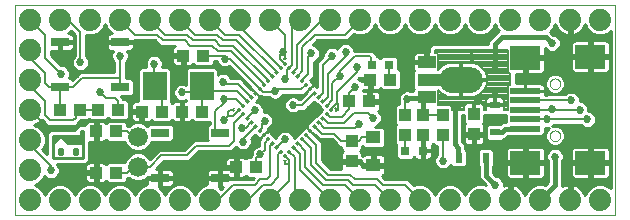
<source format=gtl>
G75*
G70*
%OFA0B0*%
%FSLAX24Y24*%
%IPPOS*%
%LPD*%
%AMOC8*
5,1,8,0,0,1.08239X$1,22.5*
%
%ADD10C,0.0000*%
%ADD11R,0.0394X0.0433*%
%ADD12R,0.0433X0.0394*%
%ADD13R,0.0315X0.0315*%
%ADD14R,0.0600X0.0300*%
%ADD15R,0.0984X0.0197*%
%ADD16R,0.0984X0.0787*%
%ADD17R,0.0787X0.0945*%
%ADD18C,0.0100*%
%ADD19C,0.0660*%
%ADD20C,0.0740*%
%ADD21R,0.0591X0.0394*%
%ADD22R,0.0787X0.0394*%
%ADD23C,0.0866*%
%ADD24R,0.0118X0.0118*%
%ADD25R,0.0512X0.0413*%
%ADD26R,0.0327X0.0248*%
%ADD27R,0.0248X0.0327*%
%ADD28C,0.0080*%
%ADD29C,0.0160*%
%ADD30C,0.0270*%
D10*
X001050Y000150D02*
X001050Y007150D01*
X021050Y007150D01*
X021050Y000150D01*
X001050Y000150D01*
X018873Y002784D02*
X018875Y002810D01*
X018881Y002836D01*
X018891Y002861D01*
X018904Y002884D01*
X018920Y002904D01*
X018940Y002922D01*
X018962Y002937D01*
X018985Y002949D01*
X019011Y002957D01*
X019037Y002961D01*
X019063Y002961D01*
X019089Y002957D01*
X019115Y002949D01*
X019139Y002937D01*
X019160Y002922D01*
X019180Y002904D01*
X019196Y002884D01*
X019209Y002861D01*
X019219Y002836D01*
X019225Y002810D01*
X019227Y002784D01*
X019225Y002758D01*
X019219Y002732D01*
X019209Y002707D01*
X019196Y002684D01*
X019180Y002664D01*
X019160Y002646D01*
X019138Y002631D01*
X019115Y002619D01*
X019089Y002611D01*
X019063Y002607D01*
X019037Y002607D01*
X019011Y002611D01*
X018985Y002619D01*
X018961Y002631D01*
X018940Y002646D01*
X018920Y002664D01*
X018904Y002684D01*
X018891Y002707D01*
X018881Y002732D01*
X018875Y002758D01*
X018873Y002784D01*
X018873Y004516D02*
X018875Y004542D01*
X018881Y004568D01*
X018891Y004593D01*
X018904Y004616D01*
X018920Y004636D01*
X018940Y004654D01*
X018962Y004669D01*
X018985Y004681D01*
X019011Y004689D01*
X019037Y004693D01*
X019063Y004693D01*
X019089Y004689D01*
X019115Y004681D01*
X019139Y004669D01*
X019160Y004654D01*
X019180Y004636D01*
X019196Y004616D01*
X019209Y004593D01*
X019219Y004568D01*
X019225Y004542D01*
X019227Y004516D01*
X019225Y004490D01*
X019219Y004464D01*
X019209Y004439D01*
X019196Y004416D01*
X019180Y004396D01*
X019160Y004378D01*
X019138Y004363D01*
X019115Y004351D01*
X019089Y004343D01*
X019063Y004339D01*
X019037Y004339D01*
X019011Y004343D01*
X018985Y004351D01*
X018961Y004363D01*
X018940Y004378D01*
X018920Y004396D01*
X018904Y004416D01*
X018891Y004439D01*
X018881Y004464D01*
X018875Y004490D01*
X018873Y004516D01*
D11*
X016350Y003505D03*
X015310Y003485D03*
X014650Y003485D03*
X014050Y003485D03*
X014050Y002815D03*
X014650Y002815D03*
X015310Y002815D03*
X016350Y002835D03*
X012270Y002605D03*
X012270Y001935D03*
D12*
X009093Y001738D03*
X008424Y001738D03*
X004425Y001550D03*
X003755Y001550D03*
X003755Y002930D03*
X004425Y002930D03*
X005275Y003590D03*
X004485Y003650D03*
X003815Y003650D03*
X003205Y003650D03*
X002535Y003650D03*
X005945Y003590D03*
X006615Y003590D03*
X007285Y003590D03*
X012195Y003930D03*
X012865Y003930D03*
X012895Y004650D03*
X013565Y004650D03*
X007325Y005450D03*
X006655Y005450D03*
D13*
X012935Y005150D03*
X013525Y005150D03*
X014055Y002290D03*
X014645Y002290D03*
D14*
X007890Y002880D03*
X005890Y002880D03*
X005890Y001380D03*
X007890Y001380D03*
X004550Y004400D03*
X002550Y004400D03*
X002550Y005900D03*
X004550Y005900D03*
D15*
X018066Y004280D03*
X018066Y003965D03*
X018066Y003650D03*
X018066Y003335D03*
X018066Y003020D03*
D16*
X018066Y001878D03*
X020231Y001878D03*
X018066Y005382D03*
X020231Y005422D03*
D17*
X007277Y004450D03*
X005703Y004450D03*
D18*
X005159Y004484D02*
X005000Y004484D01*
X005000Y004386D02*
X005159Y004386D01*
X005159Y004287D02*
X005000Y004287D01*
X005000Y004189D02*
X005159Y004189D01*
X005159Y004090D02*
X004579Y004090D01*
X004569Y004100D02*
X004912Y004100D01*
X005000Y004188D01*
X005000Y004612D01*
X004912Y004700D01*
X004740Y004700D01*
X004740Y005237D01*
X004792Y005289D01*
X004835Y005393D01*
X004835Y005507D01*
X004796Y005600D01*
X004870Y005600D01*
X004908Y005610D01*
X004942Y005630D01*
X004970Y005658D01*
X004990Y005692D01*
X005000Y005730D01*
X005000Y005875D01*
X004575Y005875D01*
X004575Y005925D01*
X005000Y005925D01*
X005000Y005960D01*
X005711Y005960D01*
X005891Y005780D01*
X006369Y005780D01*
X006347Y005767D01*
X006319Y005739D01*
X006299Y005705D01*
X006289Y005667D01*
X006289Y005498D01*
X006607Y005498D01*
X006607Y005402D01*
X006289Y005402D01*
X006289Y005233D01*
X006299Y005195D01*
X006319Y005161D01*
X006347Y005133D01*
X006381Y005113D01*
X006419Y005103D01*
X006607Y005103D01*
X006607Y005402D01*
X006704Y005402D01*
X006704Y005103D01*
X006892Y005103D01*
X006930Y005113D01*
X006964Y005133D01*
X006990Y005159D01*
X007046Y005103D01*
X007603Y005103D01*
X007691Y005191D01*
X007691Y005260D01*
X007779Y005260D01*
X007808Y005189D01*
X007889Y005108D01*
X007993Y005065D01*
X008107Y005065D01*
X008191Y005100D01*
X008932Y004359D01*
X008928Y004355D01*
X008981Y004301D01*
X008928Y004355D01*
X008921Y004348D01*
X008680Y004589D01*
X008569Y004700D01*
X008253Y004700D01*
X008232Y004751D01*
X008151Y004832D01*
X008047Y004875D01*
X007933Y004875D01*
X007829Y004832D01*
X007821Y004824D01*
X007821Y004985D01*
X007733Y005072D01*
X006822Y005072D01*
X006734Y004985D01*
X006734Y004487D01*
X006667Y004515D01*
X006553Y004515D01*
X006449Y004472D01*
X006368Y004391D01*
X006325Y004287D01*
X006246Y004287D01*
X006325Y004287D02*
X006325Y004173D01*
X006368Y004069D01*
X006449Y003988D01*
X006553Y003945D01*
X006667Y003945D01*
X006734Y003973D01*
X006734Y003937D01*
X006664Y003937D01*
X006664Y003638D01*
X006567Y003638D01*
X006567Y003937D01*
X006379Y003937D01*
X006341Y003927D01*
X006307Y003907D01*
X006280Y003880D01*
X006246Y003915D01*
X006246Y004985D01*
X006158Y005072D01*
X005950Y005072D01*
X005975Y005133D01*
X005975Y005247D01*
X005932Y005351D01*
X005851Y005432D01*
X005747Y005475D01*
X005633Y005475D01*
X005529Y005432D01*
X005448Y005351D01*
X005405Y005247D01*
X005405Y005133D01*
X005430Y005072D01*
X005247Y005072D01*
X005159Y004985D01*
X005159Y003937D01*
X005039Y003937D01*
X005001Y003927D01*
X004967Y003907D01*
X004939Y003879D01*
X004919Y003845D01*
X004909Y003807D01*
X004909Y003638D01*
X005227Y003638D01*
X005227Y003542D01*
X004909Y003542D01*
X004909Y003373D01*
X004919Y003335D01*
X004939Y003301D01*
X004967Y003273D01*
X005001Y003253D01*
X005039Y003243D01*
X005227Y003243D01*
X005227Y003542D01*
X005324Y003542D01*
X005324Y003243D01*
X005512Y003243D01*
X005550Y003253D01*
X005584Y003273D01*
X005610Y003299D01*
X005666Y003243D01*
X006223Y003243D01*
X006280Y003300D01*
X006307Y003273D01*
X006341Y003253D01*
X006379Y003243D01*
X006567Y003243D01*
X006567Y003542D01*
X006664Y003542D01*
X006664Y003243D01*
X006852Y003243D01*
X006890Y003253D01*
X006924Y003273D01*
X006950Y003299D01*
X007006Y003243D01*
X007540Y003243D01*
X007540Y003180D01*
X007528Y003180D01*
X007440Y003092D01*
X007440Y002668D01*
X007468Y002640D01*
X007011Y002640D01*
X006691Y002320D01*
X005851Y002320D01*
X005555Y002024D01*
X005422Y002157D01*
X005245Y002230D01*
X005055Y002230D01*
X004878Y002157D01*
X004743Y002022D01*
X004691Y001897D01*
X004146Y001897D01*
X004090Y001841D01*
X004064Y001867D01*
X004030Y001887D01*
X003992Y001897D01*
X003804Y001897D01*
X003804Y001598D01*
X003707Y001598D01*
X003707Y001502D01*
X003389Y001502D01*
X003389Y001333D01*
X003399Y001295D01*
X003419Y001261D01*
X003447Y001233D01*
X003481Y001213D01*
X003519Y001203D01*
X003707Y001203D01*
X003707Y001502D01*
X003804Y001502D01*
X003804Y001203D01*
X003992Y001203D01*
X004030Y001213D01*
X004064Y001233D01*
X004090Y001259D01*
X004146Y001203D01*
X004703Y001203D01*
X004791Y001291D01*
X004791Y001360D01*
X004861Y001360D01*
X004878Y001343D01*
X005055Y001270D01*
X005245Y001270D01*
X005422Y001343D01*
X005484Y001405D01*
X005865Y001405D01*
X005865Y001680D01*
X005749Y001680D01*
X006009Y001940D01*
X006849Y001940D01*
X006960Y002051D01*
X006960Y002051D01*
X007169Y002260D01*
X008111Y002260D01*
X008269Y002260D01*
X008423Y002414D01*
X008489Y002348D01*
X008593Y002305D01*
X008707Y002305D01*
X008811Y002348D01*
X008892Y002429D01*
X008935Y002533D01*
X008935Y002647D01*
X008923Y002675D01*
X009061Y002812D01*
X009153Y002721D01*
X009206Y002667D01*
X009260Y002721D01*
X009260Y002721D01*
X009260Y002721D01*
X009206Y002667D01*
X009212Y002661D01*
X009180Y002629D01*
X009180Y002455D01*
X009173Y002455D01*
X009069Y002412D01*
X008988Y002331D01*
X008945Y002227D01*
X008945Y002154D01*
X008900Y002109D01*
X008900Y002085D01*
X008814Y002085D01*
X008758Y002029D01*
X008732Y002055D01*
X008698Y002075D01*
X008660Y002085D01*
X008472Y002085D01*
X008472Y001787D01*
X008375Y001787D01*
X008375Y002085D01*
X008187Y002085D01*
X008149Y002075D01*
X008115Y002055D01*
X008087Y002027D01*
X008067Y001993D01*
X008057Y001955D01*
X008057Y001787D01*
X008375Y001787D01*
X008375Y001690D01*
X008057Y001690D01*
X008057Y001680D01*
X007915Y001680D01*
X007915Y001405D01*
X008143Y001405D01*
X008149Y001402D01*
X008187Y001391D01*
X008375Y001391D01*
X008375Y001690D01*
X008472Y001690D01*
X008472Y001391D01*
X008660Y001391D01*
X008698Y001402D01*
X008732Y001421D01*
X008758Y001447D01*
X008814Y001391D01*
X009023Y001391D01*
X008971Y001340D01*
X008340Y001340D01*
X008340Y001355D01*
X007915Y001355D01*
X007915Y001405D01*
X007865Y001405D01*
X007865Y001680D01*
X007570Y001680D01*
X007532Y001670D01*
X007498Y001650D01*
X007470Y001622D01*
X007450Y001588D01*
X007440Y001550D01*
X007440Y001405D01*
X007865Y001405D01*
X007865Y001355D01*
X007915Y001355D01*
X007915Y001080D01*
X007971Y001080D01*
X007913Y001022D01*
X007855Y001080D01*
X007865Y001080D01*
X007865Y001355D01*
X007440Y001355D01*
X007440Y001210D01*
X007450Y001172D01*
X007451Y001170D01*
X007447Y001170D01*
X007255Y001091D01*
X007109Y000945D01*
X007050Y000802D01*
X006991Y000945D01*
X006845Y001091D01*
X006653Y001170D01*
X006447Y001170D01*
X006255Y001091D01*
X006109Y000945D01*
X006050Y000802D01*
X005991Y000945D01*
X005855Y001080D01*
X005865Y001080D01*
X005865Y001355D01*
X005440Y001355D01*
X005440Y001210D01*
X005450Y001172D01*
X005451Y001170D01*
X005447Y001170D01*
X005255Y001091D01*
X005109Y000945D01*
X005050Y000802D01*
X004991Y000945D01*
X004845Y001091D01*
X004653Y001170D01*
X004447Y001170D01*
X004255Y001091D01*
X004109Y000945D01*
X004050Y000802D01*
X003991Y000945D01*
X003845Y001091D01*
X003653Y001170D01*
X003447Y001170D01*
X003255Y001091D01*
X003109Y000945D01*
X003050Y000802D01*
X002991Y000945D01*
X002845Y001091D01*
X002653Y001170D01*
X002447Y001170D01*
X002255Y001091D01*
X002109Y000945D01*
X002050Y000802D01*
X001991Y000945D01*
X001845Y001091D01*
X001702Y001150D01*
X001845Y001209D01*
X001991Y001355D01*
X002029Y001448D01*
X002089Y001388D01*
X002193Y001345D01*
X002307Y001345D01*
X002411Y001388D01*
X002492Y001469D01*
X002535Y001573D01*
X002535Y001687D01*
X002492Y001791D01*
X002453Y001830D01*
X003393Y001830D01*
X003510Y001947D01*
X003510Y002586D01*
X003519Y002583D01*
X003707Y002583D01*
X003707Y002882D01*
X003804Y002882D01*
X003804Y002583D01*
X003992Y002583D01*
X004030Y002593D01*
X004064Y002613D01*
X004090Y002639D01*
X004146Y002583D01*
X004700Y002583D01*
X004743Y002478D01*
X004878Y002343D01*
X005055Y002270D01*
X005245Y002270D01*
X005422Y002343D01*
X005557Y002478D01*
X005599Y002580D01*
X006252Y002580D01*
X006340Y002668D01*
X006340Y003092D01*
X006252Y003180D01*
X005528Y003180D01*
X005463Y003115D01*
X005422Y003157D01*
X005245Y003230D01*
X005055Y003230D01*
X004878Y003157D01*
X004841Y003120D01*
X004791Y003120D01*
X004791Y003189D01*
X004703Y003277D01*
X004146Y003277D01*
X004090Y003221D01*
X004064Y003247D01*
X004030Y003267D01*
X003992Y003277D01*
X003804Y003277D01*
X003804Y002978D01*
X003707Y002978D01*
X003707Y003277D01*
X003519Y003277D01*
X003481Y003267D01*
X003447Y003247D01*
X003419Y003219D01*
X003399Y003185D01*
X003389Y003147D01*
X003389Y003130D01*
X003177Y003130D01*
X003060Y003013D01*
X003060Y002980D01*
X002227Y002980D01*
X002110Y002863D01*
X002110Y002179D01*
X001962Y002327D01*
X001991Y002355D01*
X002070Y002547D01*
X002070Y002753D01*
X001991Y002945D01*
X001845Y003091D01*
X001698Y003151D01*
X001750Y003168D01*
X001823Y003205D01*
X001889Y003253D01*
X001943Y003308D01*
X002020Y003231D01*
X002131Y003120D01*
X003069Y003120D01*
X003149Y003200D01*
X003252Y003303D01*
X003483Y003303D01*
X003510Y003330D01*
X003537Y003303D01*
X004094Y003303D01*
X004150Y003359D01*
X004206Y003303D01*
X004763Y003303D01*
X004851Y003391D01*
X004851Y003909D01*
X004763Y003997D01*
X004660Y003997D01*
X004660Y004009D01*
X004569Y004100D01*
X004769Y003992D02*
X005159Y003992D01*
X004953Y003893D02*
X004851Y003893D01*
X004851Y003795D02*
X004909Y003795D01*
X004909Y003696D02*
X004851Y003696D01*
X004851Y003598D02*
X005227Y003598D01*
X005227Y003499D02*
X005324Y003499D01*
X005324Y003401D02*
X005227Y003401D01*
X005227Y003302D02*
X005324Y003302D01*
X005309Y003204D02*
X007540Y003204D01*
X007453Y003105D02*
X006327Y003105D01*
X006340Y003007D02*
X007440Y003007D01*
X007440Y002908D02*
X006340Y002908D01*
X006340Y002810D02*
X007440Y002810D01*
X007440Y002711D02*
X006340Y002711D01*
X006285Y002613D02*
X006984Y002613D01*
X006885Y002514D02*
X005572Y002514D01*
X005494Y002416D02*
X006787Y002416D01*
X007127Y002219D02*
X008945Y002219D01*
X008911Y002120D02*
X007029Y002120D01*
X006930Y002022D02*
X008084Y002022D01*
X008057Y001923D02*
X005992Y001923D01*
X005893Y001825D02*
X008057Y001825D01*
X008375Y001825D02*
X008472Y001825D01*
X008472Y001923D02*
X008375Y001923D01*
X008375Y002022D02*
X008472Y002022D01*
X008564Y002317D02*
X008326Y002317D01*
X008736Y002317D02*
X008982Y002317D01*
X009078Y002416D02*
X008879Y002416D01*
X008927Y002514D02*
X009180Y002514D01*
X009180Y002613D02*
X008935Y002613D01*
X008960Y002711D02*
X009162Y002711D01*
X009153Y002721D02*
X009153Y002721D01*
X009250Y002711D02*
X009250Y002711D01*
X009064Y002810D02*
X009058Y002810D01*
X009448Y002909D02*
X009448Y002909D01*
X009448Y002909D01*
X009502Y002963D01*
X009480Y002985D01*
X009480Y003027D01*
X009531Y003048D01*
X009612Y003129D01*
X009655Y003233D01*
X009655Y003347D01*
X009612Y003451D01*
X009531Y003532D01*
X009427Y003575D01*
X009335Y003575D01*
X009335Y003687D01*
X009292Y003791D01*
X009211Y003872D01*
X009107Y003915D01*
X009080Y003915D01*
X009170Y004005D01*
X009170Y004005D01*
X009223Y004059D01*
X009170Y004112D01*
X009170Y004112D01*
X009223Y004059D01*
X009228Y004063D01*
X009231Y004060D01*
X009517Y004060D01*
X009549Y004028D01*
X009653Y003985D01*
X009767Y003985D01*
X009871Y004028D01*
X009952Y004109D01*
X009965Y004140D01*
X010669Y004140D01*
X010732Y004203D01*
X010737Y004198D01*
X010791Y004252D01*
X010791Y004252D01*
X010791Y004252D01*
X010737Y004198D01*
X010743Y004192D01*
X010551Y004000D01*
X010523Y004000D01*
X010471Y004052D01*
X010367Y004095D01*
X010253Y004095D01*
X010149Y004052D01*
X010068Y003971D01*
X010025Y003867D01*
X010025Y003753D01*
X010068Y003649D01*
X010149Y003568D01*
X010253Y003525D01*
X010367Y003525D01*
X010471Y003568D01*
X010523Y003620D01*
X010709Y003620D01*
X010820Y003731D01*
X011012Y003923D01*
X011101Y003834D01*
X011241Y003695D01*
X011285Y003650D01*
X011208Y003573D01*
X011069Y003434D01*
X010930Y003295D01*
X010791Y003155D01*
X010737Y003102D01*
X010684Y003048D01*
X010684Y003048D01*
X010512Y002877D01*
X010373Y002738D01*
X010335Y002700D01*
X010335Y002727D01*
X010292Y002831D01*
X010211Y002912D01*
X010107Y002955D01*
X009993Y002955D01*
X009889Y002912D01*
X009808Y002831D01*
X009765Y002727D01*
X009765Y002700D01*
X009695Y002770D01*
X009555Y002909D01*
X009502Y002963D01*
X009448Y002909D01*
X009555Y002909D02*
X009555Y002909D01*
X009557Y002908D02*
X009885Y002908D01*
X009799Y002810D02*
X009655Y002810D01*
X009754Y002711D02*
X009765Y002711D01*
X010215Y002908D02*
X010543Y002908D01*
X010445Y002810D02*
X010301Y002810D01*
X010335Y002711D02*
X010346Y002711D01*
X010979Y002860D02*
X010979Y002860D01*
X010979Y002860D01*
X011033Y002806D01*
X011028Y002801D01*
X011169Y002660D01*
X011280Y002549D01*
X011280Y001969D01*
X011569Y001680D01*
X011928Y001680D01*
X011923Y001699D01*
X011923Y001887D01*
X012222Y001887D01*
X012222Y001984D01*
X011923Y001984D01*
X011923Y002172D01*
X011933Y002210D01*
X011953Y002244D01*
X011979Y002270D01*
X011923Y002326D01*
X011923Y002420D01*
X011851Y002420D01*
X011740Y002531D01*
X011740Y002531D01*
X011611Y002660D01*
X011191Y002660D01*
X011080Y002771D01*
X011039Y002812D01*
X011033Y002806D01*
X010979Y002860D01*
X011030Y002810D02*
X011030Y002810D01*
X011036Y002810D02*
X011042Y002810D01*
X011118Y002711D02*
X011140Y002711D01*
X011216Y002613D02*
X011659Y002613D01*
X011757Y002514D02*
X011280Y002514D01*
X011280Y002416D02*
X011923Y002416D01*
X011932Y002317D02*
X011280Y002317D01*
X011280Y002219D02*
X011938Y002219D01*
X011923Y002120D02*
X011280Y002120D01*
X011280Y002022D02*
X011923Y002022D01*
X012222Y001923D02*
X011326Y001923D01*
X011424Y001825D02*
X011923Y001825D01*
X011923Y001726D02*
X011523Y001726D01*
X012318Y001887D02*
X012318Y001984D01*
X012584Y001984D01*
X012584Y001887D01*
X012318Y001887D01*
X012318Y001923D02*
X012584Y001923D01*
X012617Y001857D02*
X012940Y001857D01*
X012940Y001757D01*
X012617Y001757D01*
X012617Y001857D01*
X012617Y001825D02*
X012940Y001825D01*
X012940Y001857D02*
X012940Y002164D01*
X012714Y002164D01*
X012676Y002154D01*
X012642Y002134D01*
X012617Y002109D01*
X012617Y002172D01*
X012607Y002210D01*
X012587Y002244D01*
X012561Y002270D01*
X012617Y002326D01*
X012617Y002431D01*
X012672Y002376D01*
X013308Y002376D01*
X013396Y002464D01*
X013396Y003001D01*
X013308Y003089D01*
X013057Y003089D01*
X013151Y003128D01*
X013232Y003209D01*
X013275Y003313D01*
X013275Y003427D01*
X013232Y003531D01*
X013158Y003605D01*
X013173Y003613D01*
X013201Y003641D01*
X013221Y003675D01*
X013231Y003713D01*
X013231Y003882D01*
X012913Y003882D01*
X012913Y003978D01*
X013231Y003978D01*
X013231Y004147D01*
X013221Y004185D01*
X013201Y004219D01*
X013173Y004247D01*
X013139Y004267D01*
X013101Y004277D01*
X012913Y004277D01*
X012913Y003978D01*
X012816Y003978D01*
X012816Y004277D01*
X012643Y004277D01*
X012655Y004304D01*
X012659Y004303D01*
X012847Y004303D01*
X012847Y004602D01*
X012601Y004602D01*
X012551Y004652D01*
X012487Y004678D01*
X012529Y004720D01*
X012529Y004698D01*
X012847Y004698D01*
X012847Y004602D01*
X012944Y004602D01*
X012944Y004303D01*
X013132Y004303D01*
X013170Y004313D01*
X013204Y004333D01*
X013230Y004359D01*
X013286Y004303D01*
X013843Y004303D01*
X013931Y004391D01*
X013931Y004909D01*
X013843Y004997D01*
X013833Y004997D01*
X013833Y005370D01*
X013745Y005457D01*
X013306Y005457D01*
X013230Y005382D01*
X013154Y005457D01*
X013111Y005457D01*
X013009Y005560D01*
X012949Y005620D01*
X012355Y005620D01*
X012355Y005647D01*
X012312Y005751D01*
X012231Y005832D01*
X012127Y005875D01*
X012013Y005875D01*
X011909Y005832D01*
X011828Y005751D01*
X011794Y005669D01*
X011771Y005692D01*
X011667Y005735D01*
X011553Y005735D01*
X011449Y005692D01*
X011368Y005611D01*
X011325Y005507D01*
X011325Y005434D01*
X011120Y005229D01*
X011120Y004407D01*
X011086Y004440D01*
X011033Y004494D01*
X010979Y004547D01*
X010888Y004639D01*
X010889Y004640D01*
X011000Y004751D01*
X011000Y005251D01*
X011091Y005288D01*
X011172Y005369D01*
X011215Y005473D01*
X011215Y005587D01*
X011172Y005691D01*
X011091Y005772D01*
X010987Y005815D01*
X010984Y005815D01*
X011129Y005960D01*
X012129Y005960D01*
X012342Y006173D01*
X012447Y006130D01*
X012653Y006130D01*
X012845Y006209D01*
X012991Y006355D01*
X013050Y006498D01*
X013109Y006355D01*
X013255Y006209D01*
X013447Y006130D01*
X013653Y006130D01*
X013845Y006209D01*
X013991Y006355D01*
X014050Y006498D01*
X014109Y006355D01*
X014255Y006209D01*
X014447Y006130D01*
X014653Y006130D01*
X014845Y006209D01*
X014991Y006355D01*
X015050Y006498D01*
X015109Y006355D01*
X015255Y006209D01*
X015447Y006130D01*
X015653Y006130D01*
X015845Y006209D01*
X015991Y006355D01*
X016050Y006498D01*
X016109Y006355D01*
X016255Y006209D01*
X016447Y006130D01*
X016653Y006130D01*
X016845Y006209D01*
X016991Y006355D01*
X017050Y006498D01*
X017109Y006355D01*
X017170Y006295D01*
X017040Y006165D01*
X016820Y005945D01*
X016820Y005840D01*
X014971Y005840D01*
X014860Y005729D01*
X014860Y005587D01*
X014819Y005587D01*
X014819Y005289D01*
X014722Y005289D01*
X014722Y005587D01*
X014455Y005587D01*
X014417Y005577D01*
X014383Y005557D01*
X014355Y005529D01*
X014335Y005495D01*
X014325Y005457D01*
X014325Y005289D01*
X014722Y005289D01*
X014722Y005192D01*
X014325Y005192D01*
X014325Y005024D01*
X014335Y004985D01*
X014355Y004951D01*
X014362Y004944D01*
X014326Y004909D01*
X014326Y004391D01*
X014362Y004356D01*
X014325Y004319D01*
X014325Y004280D01*
X014223Y004280D01*
X014187Y004295D01*
X014073Y004295D01*
X013969Y004252D01*
X013888Y004171D01*
X013845Y004067D01*
X013845Y003953D01*
X013860Y003917D01*
X013860Y003851D01*
X013791Y003851D01*
X013703Y003763D01*
X013703Y003206D01*
X013759Y003150D01*
X013703Y003094D01*
X013703Y002537D01*
X013747Y002493D01*
X013747Y002070D01*
X013835Y001983D01*
X014274Y001983D01*
X014355Y002063D01*
X014368Y002040D01*
X014396Y002012D01*
X014430Y001993D01*
X014468Y001983D01*
X014617Y001983D01*
X014617Y002261D01*
X014674Y002261D01*
X014674Y001983D01*
X014823Y001983D01*
X014861Y001993D01*
X014895Y002012D01*
X014923Y002040D01*
X014943Y002075D01*
X014953Y002113D01*
X014953Y002261D01*
X014674Y002261D01*
X014674Y002319D01*
X014617Y002319D01*
X014617Y002597D01*
X014602Y002597D01*
X014602Y002767D01*
X014698Y002767D01*
X014698Y002597D01*
X014674Y002597D01*
X014674Y002319D01*
X014953Y002319D01*
X014953Y002467D01*
X014947Y002487D01*
X014967Y002507D01*
X014976Y002523D01*
X015051Y002449D01*
X015120Y002449D01*
X015120Y002163D01*
X015068Y002111D01*
X015025Y002007D01*
X015025Y001893D01*
X015068Y001789D01*
X015149Y001708D01*
X015253Y001665D01*
X015367Y001665D01*
X015471Y001708D01*
X015552Y001789D01*
X015566Y001822D01*
X015651Y001737D01*
X016023Y001737D01*
X016111Y001824D01*
X016111Y002276D01*
X016060Y002327D01*
X016060Y002485D01*
X015940Y002605D01*
X015940Y003460D01*
X016003Y003460D01*
X016003Y003226D01*
X016059Y003170D01*
X016033Y003144D01*
X016013Y003110D01*
X016003Y003072D01*
X016003Y002884D01*
X016302Y002884D01*
X016302Y002787D01*
X016398Y002787D01*
X016398Y002469D01*
X016567Y002469D01*
X016605Y002479D01*
X016639Y002499D01*
X016667Y002527D01*
X016687Y002561D01*
X016697Y002599D01*
X016697Y002787D01*
X016398Y002787D01*
X016398Y002884D01*
X016697Y002884D01*
X016697Y003072D01*
X016687Y003110D01*
X016667Y003144D01*
X016641Y003170D01*
X016697Y003226D01*
X016697Y003460D01*
X017424Y003460D01*
X017424Y003250D01*
X017285Y003250D01*
X017206Y003171D01*
X016824Y003171D01*
X016737Y003083D01*
X016737Y002711D01*
X016697Y002711D01*
X016737Y002711D02*
X016824Y002623D01*
X017276Y002623D01*
X017332Y002680D01*
X017365Y002680D01*
X017475Y002790D01*
X017493Y002790D01*
X017511Y002772D01*
X018620Y002772D01*
X018708Y002860D01*
X018708Y003056D01*
X018733Y003045D01*
X018847Y003045D01*
X018850Y003046D01*
X018773Y002969D01*
X018723Y002849D01*
X018723Y002719D01*
X018773Y002599D01*
X018865Y002507D01*
X018985Y002457D01*
X019115Y002457D01*
X019235Y002507D01*
X019327Y002599D01*
X019377Y002719D01*
X019377Y002849D01*
X019327Y002969D01*
X019235Y003061D01*
X019115Y003111D01*
X018985Y003111D01*
X018966Y003103D01*
X019003Y003140D01*
X019917Y003140D01*
X019969Y003088D01*
X020073Y003045D01*
X020187Y003045D01*
X020291Y003088D01*
X020372Y003169D01*
X020415Y003273D01*
X020415Y003387D01*
X020372Y003491D01*
X020291Y003572D01*
X020187Y003615D01*
X020155Y003615D01*
X020155Y003707D01*
X020112Y003811D01*
X020031Y003892D01*
X019927Y003935D01*
X019875Y003935D01*
X019875Y004027D01*
X019832Y004131D01*
X019751Y004212D01*
X019647Y004255D01*
X019533Y004255D01*
X019429Y004212D01*
X019397Y004180D01*
X018771Y004180D01*
X018746Y004155D01*
X018706Y004155D01*
X018708Y004162D01*
X018708Y004280D01*
X018708Y004398D01*
X018698Y004436D01*
X018678Y004470D01*
X018650Y004498D01*
X018616Y004518D01*
X018578Y004528D01*
X018066Y004528D01*
X018066Y004280D01*
X018708Y004280D01*
X018066Y004280D01*
X018066Y004280D01*
X018066Y004280D01*
X018066Y004528D01*
X017740Y004528D01*
X017740Y004839D01*
X018016Y004839D01*
X018016Y005332D01*
X018116Y005332D01*
X018116Y005432D01*
X018708Y005432D01*
X018708Y005710D01*
X018708Y005709D01*
X018789Y005628D01*
X018893Y005585D01*
X019007Y005585D01*
X019111Y005628D01*
X019192Y005709D01*
X019235Y005813D01*
X019235Y005927D01*
X019192Y006031D01*
X019111Y006112D01*
X019007Y006155D01*
X018990Y006155D01*
X018890Y006255D01*
X018991Y006355D01*
X019051Y006502D01*
X019068Y006450D01*
X019105Y006377D01*
X019153Y006311D01*
X019211Y006253D01*
X019277Y006205D01*
X019350Y006168D01*
X019428Y006143D01*
X019500Y006131D01*
X019500Y006600D01*
X019600Y006600D01*
X019600Y006131D01*
X019672Y006143D01*
X019750Y006168D01*
X019823Y006205D01*
X019889Y006253D01*
X019947Y006311D01*
X019995Y006377D01*
X020032Y006450D01*
X020049Y006502D01*
X020109Y006355D01*
X020255Y006209D01*
X020447Y006130D01*
X020653Y006130D01*
X020845Y006209D01*
X020900Y006265D01*
X020900Y001035D01*
X020845Y001091D01*
X020653Y001170D01*
X020447Y001170D01*
X020255Y001091D01*
X020109Y000945D01*
X020049Y000798D01*
X020032Y000850D01*
X019995Y000923D01*
X019947Y000989D01*
X019889Y001047D01*
X019823Y001095D01*
X019750Y001132D01*
X019672Y001157D01*
X019600Y001169D01*
X019600Y000700D01*
X019500Y000700D01*
X019500Y001169D01*
X019428Y001157D01*
X019350Y001132D01*
X019280Y001096D01*
X019280Y001917D01*
X019292Y001929D01*
X019335Y002033D01*
X019335Y002147D01*
X019292Y002251D01*
X019211Y002332D01*
X019107Y002375D01*
X018993Y002375D01*
X018889Y002332D01*
X018808Y002251D01*
X018765Y002147D01*
X018765Y002033D01*
X018808Y001929D01*
X018820Y001917D01*
X018820Y001245D01*
X018718Y001143D01*
X018653Y001170D01*
X018447Y001170D01*
X018255Y001091D01*
X018109Y000945D01*
X018049Y000798D01*
X018032Y000850D01*
X017995Y000923D01*
X017947Y000989D01*
X017889Y001047D01*
X017823Y001095D01*
X017750Y001132D01*
X017672Y001157D01*
X017600Y001169D01*
X017600Y000700D01*
X017500Y000700D01*
X017500Y001169D01*
X017428Y001157D01*
X017350Y001132D01*
X017335Y001124D01*
X017335Y001207D01*
X017292Y001311D01*
X017211Y001392D01*
X017107Y001435D01*
X017090Y001435D01*
X016973Y001553D01*
X016973Y001780D01*
X017017Y001824D01*
X017017Y002276D01*
X016929Y002363D01*
X016557Y002363D01*
X016469Y002276D01*
X016469Y001824D01*
X016513Y001780D01*
X016513Y001362D01*
X016741Y001134D01*
X016653Y001170D01*
X016447Y001170D01*
X016255Y001091D01*
X016109Y000945D01*
X016050Y000802D01*
X015991Y000945D01*
X015845Y001091D01*
X015653Y001170D01*
X015447Y001170D01*
X015255Y001091D01*
X015109Y000945D01*
X015050Y000802D01*
X014991Y000945D01*
X014845Y001091D01*
X014653Y001170D01*
X014447Y001170D01*
X014342Y001127D01*
X014129Y001340D01*
X013389Y001340D01*
X013320Y001409D01*
X013275Y001453D01*
X013304Y001461D01*
X013338Y001481D01*
X013366Y001509D01*
X013386Y001543D01*
X013396Y001581D01*
X013396Y001757D01*
X013040Y001757D01*
X013040Y001857D01*
X013396Y001857D01*
X013396Y002034D01*
X013386Y002072D01*
X013366Y002106D01*
X013338Y002134D01*
X013304Y002154D01*
X013266Y002164D01*
X013040Y002164D01*
X013040Y001857D01*
X012940Y001857D01*
X012940Y001923D02*
X013040Y001923D01*
X013040Y002022D02*
X012940Y002022D01*
X012940Y002120D02*
X013040Y002120D01*
X013352Y002120D02*
X013747Y002120D01*
X013747Y002219D02*
X012602Y002219D01*
X012608Y002317D02*
X013747Y002317D01*
X013747Y002416D02*
X013348Y002416D01*
X013396Y002514D02*
X013726Y002514D01*
X013703Y002613D02*
X013396Y002613D01*
X013396Y002711D02*
X013703Y002711D01*
X013703Y002810D02*
X013396Y002810D01*
X013396Y002908D02*
X013703Y002908D01*
X013703Y003007D02*
X013391Y003007D01*
X013095Y003105D02*
X013714Y003105D01*
X013706Y003204D02*
X013227Y003204D01*
X013270Y003302D02*
X013703Y003302D01*
X013703Y003401D02*
X013275Y003401D01*
X013245Y003499D02*
X013703Y003499D01*
X013703Y003598D02*
X013166Y003598D01*
X013227Y003696D02*
X013703Y003696D01*
X013734Y003795D02*
X013231Y003795D01*
X012913Y003893D02*
X013860Y003893D01*
X013845Y003992D02*
X013231Y003992D01*
X013231Y004090D02*
X013855Y004090D01*
X013905Y004189D02*
X013219Y004189D01*
X012913Y004189D02*
X012816Y004189D01*
X012816Y004090D02*
X012913Y004090D01*
X012913Y003992D02*
X012816Y003992D01*
X012648Y004287D02*
X014054Y004287D01*
X014206Y004287D02*
X014325Y004287D01*
X014332Y004386D02*
X013926Y004386D01*
X013931Y004484D02*
X014326Y004484D01*
X014326Y004583D02*
X013931Y004583D01*
X013931Y004681D02*
X014326Y004681D01*
X014326Y004780D02*
X013931Y004780D01*
X013931Y004878D02*
X014326Y004878D01*
X014340Y004977D02*
X013864Y004977D01*
X013833Y005075D02*
X014325Y005075D01*
X014325Y005174D02*
X013833Y005174D01*
X013833Y005272D02*
X014722Y005272D01*
X014722Y005371D02*
X014819Y005371D01*
X014819Y005469D02*
X014722Y005469D01*
X014722Y005568D02*
X014819Y005568D01*
X014860Y005666D02*
X012347Y005666D01*
X012299Y005765D02*
X014896Y005765D01*
X014401Y005568D02*
X013001Y005568D01*
X013100Y005469D02*
X014328Y005469D01*
X014325Y005371D02*
X013832Y005371D01*
X012156Y005863D02*
X016820Y005863D01*
X016836Y005962D02*
X012130Y005962D01*
X011984Y005863D02*
X011032Y005863D01*
X011099Y005765D02*
X011841Y005765D01*
X011423Y005666D02*
X011182Y005666D01*
X011215Y005568D02*
X011350Y005568D01*
X011325Y005469D02*
X011213Y005469D01*
X011172Y005371D02*
X011262Y005371D01*
X011163Y005272D02*
X011052Y005272D01*
X011000Y005174D02*
X011120Y005174D01*
X011120Y005075D02*
X011000Y005075D01*
X011000Y004977D02*
X011120Y004977D01*
X011120Y004878D02*
X011000Y004878D01*
X011000Y004780D02*
X011120Y004780D01*
X011120Y004681D02*
X010930Y004681D01*
X010944Y004583D02*
X011120Y004583D01*
X011120Y004484D02*
X011043Y004484D01*
X011033Y004494D02*
X010979Y004440D01*
X010979Y004440D01*
X010979Y004440D01*
X011033Y004494D01*
X011023Y004484D02*
X011023Y004484D01*
X010979Y004547D02*
X010979Y004547D01*
X011086Y004440D02*
X011086Y004440D01*
X010740Y004189D02*
X010717Y004189D01*
X010641Y004090D02*
X010379Y004090D01*
X010241Y004090D02*
X009933Y004090D01*
X009782Y003992D02*
X010088Y003992D01*
X010036Y003893D02*
X009160Y003893D01*
X009156Y003992D02*
X009638Y003992D01*
X009192Y004090D02*
X009192Y004090D01*
X009170Y004112D02*
X009170Y004112D01*
X008981Y004301D02*
X008981Y004301D01*
X008981Y004301D01*
X008906Y004386D02*
X008883Y004386D01*
X008807Y004484D02*
X008785Y004484D01*
X008709Y004583D02*
X008686Y004583D01*
X008610Y004681D02*
X008588Y004681D01*
X008512Y004780D02*
X008204Y004780D01*
X008413Y004878D02*
X007821Y004878D01*
X007821Y004977D02*
X008315Y004977D01*
X008216Y005075D02*
X008131Y005075D01*
X007969Y005075D02*
X005951Y005075D01*
X005975Y005174D02*
X006312Y005174D01*
X006289Y005272D02*
X005965Y005272D01*
X005913Y005371D02*
X006289Y005371D01*
X006607Y005371D02*
X006704Y005371D01*
X006704Y005272D02*
X006607Y005272D01*
X006607Y005174D02*
X006704Y005174D01*
X006734Y004977D02*
X006246Y004977D01*
X006246Y004878D02*
X006734Y004878D01*
X006734Y004780D02*
X006246Y004780D01*
X006246Y004681D02*
X006734Y004681D01*
X006734Y004583D02*
X006246Y004583D01*
X006246Y004484D02*
X006478Y004484D01*
X006366Y004386D02*
X006246Y004386D01*
X006246Y004189D02*
X006325Y004189D01*
X006360Y004090D02*
X006246Y004090D01*
X006246Y003992D02*
X006445Y003992D01*
X006567Y003893D02*
X006664Y003893D01*
X006664Y003795D02*
X006567Y003795D01*
X006567Y003696D02*
X006664Y003696D01*
X006664Y003499D02*
X006567Y003499D01*
X006567Y003401D02*
X006664Y003401D01*
X006664Y003302D02*
X006567Y003302D01*
X004991Y003204D02*
X004777Y003204D01*
X004938Y003302D02*
X003251Y003302D01*
X003152Y003204D02*
X003410Y003204D01*
X003707Y003204D02*
X003804Y003204D01*
X003804Y003105D02*
X003707Y003105D01*
X003707Y003007D02*
X003804Y003007D01*
X003310Y002930D02*
X003260Y002930D01*
X003260Y002830D01*
X003310Y002780D02*
X002560Y002780D01*
X002810Y002530D01*
X003310Y002530D01*
X003310Y002780D01*
X003310Y002930D01*
X003060Y003007D02*
X001929Y003007D01*
X001810Y003105D02*
X003152Y003105D01*
X003707Y002810D02*
X003804Y002810D01*
X003804Y002711D02*
X003707Y002711D01*
X003707Y002613D02*
X003804Y002613D01*
X003510Y002514D02*
X004728Y002514D01*
X004806Y002416D02*
X003510Y002416D01*
X003310Y002530D02*
X003310Y002030D01*
X002310Y002030D01*
X002310Y002530D01*
X002560Y002780D01*
X002310Y002780D01*
X002310Y002530D01*
X002110Y002514D02*
X002057Y002514D01*
X002070Y002613D02*
X002110Y002613D01*
X002110Y002711D02*
X002070Y002711D01*
X002047Y002810D02*
X002110Y002810D01*
X002155Y002908D02*
X002006Y002908D01*
X002360Y002730D02*
X002410Y002730D01*
X002360Y002680D01*
X002710Y002730D02*
X002810Y002630D01*
X003260Y002630D01*
X003260Y002730D01*
X002810Y002730D01*
X002110Y002416D02*
X002016Y002416D01*
X001972Y002317D02*
X002110Y002317D01*
X002110Y002219D02*
X002070Y002219D01*
X002510Y002180D02*
X002510Y002330D01*
X002610Y002330D01*
X002610Y002180D01*
X002510Y002180D01*
X003010Y002180D02*
X003010Y002330D01*
X003110Y002330D01*
X003110Y002180D01*
X003010Y002180D01*
X003510Y002219D02*
X005027Y002219D01*
X004941Y002317D02*
X003510Y002317D01*
X003510Y002120D02*
X004841Y002120D01*
X004743Y002022D02*
X003510Y002022D01*
X003486Y001923D02*
X004702Y001923D01*
X005459Y002120D02*
X005651Y002120D01*
X005750Y002219D02*
X005273Y002219D01*
X005359Y002317D02*
X005848Y002317D01*
X005795Y001726D02*
X008375Y001726D01*
X008375Y001628D02*
X008472Y001628D01*
X008472Y001529D02*
X008375Y001529D01*
X008375Y001431D02*
X008472Y001431D01*
X008741Y001431D02*
X008775Y001431D01*
X007915Y001431D02*
X007865Y001431D01*
X007865Y001529D02*
X007915Y001529D01*
X007915Y001628D02*
X007865Y001628D01*
X007475Y001628D02*
X006305Y001628D01*
X006310Y001622D02*
X006282Y001650D01*
X006248Y001670D01*
X006210Y001680D01*
X005915Y001680D01*
X005915Y001405D01*
X005865Y001405D01*
X005865Y001355D01*
X005915Y001355D01*
X005915Y001405D01*
X006340Y001405D01*
X006340Y001550D01*
X006330Y001588D01*
X006310Y001622D01*
X006340Y001529D02*
X007440Y001529D01*
X007440Y001431D02*
X006340Y001431D01*
X006340Y001355D02*
X005915Y001355D01*
X005915Y001080D01*
X006210Y001080D01*
X006248Y001090D01*
X006282Y001110D01*
X006310Y001138D01*
X006330Y001172D01*
X006340Y001210D01*
X006340Y001355D01*
X006340Y001332D02*
X007440Y001332D01*
X007440Y001234D02*
X006340Y001234D01*
X006362Y001135D02*
X006307Y001135D01*
X006201Y001037D02*
X005899Y001037D01*
X005915Y001135D02*
X005865Y001135D01*
X005865Y001234D02*
X005915Y001234D01*
X005915Y001332D02*
X005865Y001332D01*
X005865Y001431D02*
X005915Y001431D01*
X005915Y001529D02*
X005865Y001529D01*
X005865Y001628D02*
X005915Y001628D01*
X005440Y001332D02*
X005395Y001332D01*
X005440Y001234D02*
X004734Y001234D01*
X004738Y001135D02*
X005362Y001135D01*
X005201Y001037D02*
X004899Y001037D01*
X004994Y000938D02*
X005106Y000938D01*
X005066Y000840D02*
X005034Y000840D01*
X004362Y001135D02*
X003738Y001135D01*
X003707Y001234D02*
X003804Y001234D01*
X003446Y001234D02*
X001869Y001234D01*
X001738Y001135D02*
X002362Y001135D01*
X002201Y001037D02*
X001899Y001037D01*
X001994Y000938D02*
X002106Y000938D01*
X002066Y000840D02*
X002034Y000840D01*
X002738Y001135D02*
X003362Y001135D01*
X003201Y001037D02*
X002899Y001037D01*
X002994Y000938D02*
X003106Y000938D01*
X003066Y000840D02*
X003034Y000840D01*
X003899Y001037D02*
X004201Y001037D01*
X004106Y000938D02*
X003994Y000938D01*
X004034Y000840D02*
X004066Y000840D01*
X004064Y001234D02*
X004116Y001234D01*
X003804Y001332D02*
X003707Y001332D01*
X003707Y001431D02*
X003804Y001431D01*
X003707Y001529D02*
X002517Y001529D01*
X002454Y001431D02*
X003389Y001431D01*
X003389Y001332D02*
X001967Y001332D01*
X002022Y001431D02*
X002046Y001431D01*
X002535Y001628D02*
X003389Y001628D01*
X003389Y001598D02*
X003707Y001598D01*
X003707Y001897D01*
X003519Y001897D01*
X003481Y001887D01*
X003447Y001867D01*
X003419Y001839D01*
X003399Y001805D01*
X003389Y001767D01*
X003389Y001598D01*
X003389Y001726D02*
X002519Y001726D01*
X002459Y001825D02*
X003410Y001825D01*
X003707Y001825D02*
X003804Y001825D01*
X003804Y001726D02*
X003707Y001726D01*
X003707Y001628D02*
X003804Y001628D01*
X004791Y001332D02*
X004905Y001332D01*
X005994Y000938D02*
X006106Y000938D01*
X006066Y000840D02*
X006034Y000840D01*
X006738Y001135D02*
X007362Y001135D01*
X007201Y001037D02*
X006899Y001037D01*
X006994Y000938D02*
X007106Y000938D01*
X007066Y000840D02*
X007034Y000840D01*
X007865Y001135D02*
X007915Y001135D01*
X007915Y001234D02*
X007865Y001234D01*
X007865Y001332D02*
X007915Y001332D01*
X007899Y001037D02*
X007928Y001037D01*
X004117Y002613D02*
X004063Y002613D01*
X002048Y003204D02*
X001819Y003204D01*
X001937Y003302D02*
X001949Y003302D01*
X004851Y003401D02*
X004909Y003401D01*
X004909Y003499D02*
X004851Y003499D01*
X006246Y003915D02*
X006246Y003915D01*
X006267Y003893D02*
X006293Y003893D01*
X005159Y004583D02*
X005000Y004583D01*
X004931Y004681D02*
X005159Y004681D01*
X005159Y004780D02*
X004740Y004780D01*
X004740Y004878D02*
X005159Y004878D01*
X005159Y004977D02*
X004740Y004977D01*
X004740Y005075D02*
X005429Y005075D01*
X005405Y005174D02*
X004740Y005174D01*
X004775Y005272D02*
X005415Y005272D01*
X005467Y005371D02*
X004826Y005371D01*
X004835Y005469D02*
X005619Y005469D01*
X005761Y005469D02*
X006607Y005469D01*
X006289Y005568D02*
X004810Y005568D01*
X004975Y005666D02*
X006289Y005666D01*
X006344Y005765D02*
X005000Y005765D01*
X005000Y005863D02*
X005808Y005863D01*
X004525Y005875D02*
X004100Y005875D01*
X004100Y005730D01*
X004110Y005692D01*
X004130Y005658D01*
X004158Y005630D01*
X004192Y005610D01*
X004230Y005600D01*
X004304Y005600D01*
X004265Y005507D01*
X004265Y005393D01*
X004308Y005289D01*
X004360Y005237D01*
X004360Y004900D01*
X003211Y004900D01*
X003100Y004789D01*
X002962Y004650D01*
X002912Y004700D01*
X002836Y004700D01*
X002875Y004793D01*
X002875Y004907D01*
X002832Y005011D01*
X002751Y005092D01*
X002647Y005135D01*
X002574Y005135D01*
X002240Y005469D01*
X003040Y005469D01*
X003040Y005443D02*
X002988Y005391D01*
X002945Y005287D01*
X002945Y005173D01*
X002988Y005069D01*
X003069Y004988D01*
X003173Y004945D01*
X003287Y004945D01*
X003391Y004988D01*
X003472Y005069D01*
X003515Y005173D01*
X003515Y005287D01*
X003472Y005391D01*
X003420Y005443D01*
X003420Y006141D01*
X003447Y006130D01*
X003653Y006130D01*
X003845Y006209D01*
X003991Y006355D01*
X004050Y006498D01*
X004109Y006355D01*
X004255Y006209D01*
X004278Y006200D01*
X004230Y006200D01*
X004192Y006190D01*
X004158Y006170D01*
X004130Y006142D01*
X004110Y006108D01*
X004100Y006070D01*
X004100Y005925D01*
X004525Y005925D01*
X004525Y005875D01*
X004100Y005863D02*
X003420Y005863D01*
X003420Y005962D02*
X004100Y005962D01*
X004100Y006060D02*
X003420Y006060D01*
X003722Y006159D02*
X004146Y006159D01*
X004208Y006257D02*
X003892Y006257D01*
X003991Y006356D02*
X004109Y006356D01*
X004068Y006454D02*
X004032Y006454D01*
X003040Y006151D02*
X003040Y005443D01*
X002980Y005371D02*
X002338Y005371D01*
X002240Y005469D02*
X002240Y005600D01*
X002525Y005600D01*
X002525Y005875D01*
X002575Y005875D01*
X002575Y005925D01*
X003000Y005925D01*
X003000Y006070D01*
X002990Y006108D01*
X002970Y006142D01*
X002942Y006170D01*
X002908Y006190D01*
X002870Y006200D01*
X002822Y006200D01*
X002845Y006209D01*
X002913Y006278D01*
X003040Y006151D01*
X003033Y006159D02*
X002954Y006159D01*
X002934Y006257D02*
X002892Y006257D01*
X003000Y006060D02*
X003040Y006060D01*
X003040Y005962D02*
X003000Y005962D01*
X003000Y005875D02*
X002575Y005875D01*
X002575Y005600D01*
X002870Y005600D01*
X002908Y005610D01*
X002942Y005630D01*
X002970Y005658D01*
X002990Y005692D01*
X003000Y005730D01*
X003000Y005875D01*
X003000Y005863D02*
X003040Y005863D01*
X003040Y005765D02*
X003000Y005765D01*
X002975Y005666D02*
X003040Y005666D01*
X003040Y005568D02*
X002240Y005568D01*
X002525Y005666D02*
X002575Y005666D01*
X002575Y005765D02*
X002525Y005765D01*
X002525Y005863D02*
X002575Y005863D01*
X003420Y005765D02*
X004100Y005765D01*
X004125Y005666D02*
X003420Y005666D01*
X003420Y005568D02*
X004290Y005568D01*
X004265Y005469D02*
X003420Y005469D01*
X003480Y005371D02*
X004274Y005371D01*
X004325Y005272D02*
X003515Y005272D01*
X003515Y005174D02*
X004360Y005174D01*
X004360Y005075D02*
X003474Y005075D01*
X003363Y004977D02*
X004360Y004977D01*
X003189Y004878D02*
X002875Y004878D01*
X002869Y004780D02*
X003091Y004780D01*
X002992Y004681D02*
X002931Y004681D01*
X002846Y004977D02*
X003097Y004977D01*
X002986Y005075D02*
X002768Y005075D01*
X002945Y005174D02*
X002535Y005174D01*
X002437Y005272D02*
X002945Y005272D01*
X007674Y005174D02*
X007823Y005174D01*
X010982Y003893D02*
X011042Y003893D01*
X011141Y003795D02*
X010883Y003795D01*
X010785Y003696D02*
X011239Y003696D01*
X011233Y003598D02*
X010501Y003598D01*
X010119Y003598D02*
X009335Y003598D01*
X009331Y003696D02*
X010049Y003696D01*
X010025Y003795D02*
X009289Y003795D01*
X009564Y003499D02*
X011134Y003499D01*
X011036Y003401D02*
X009633Y003401D01*
X009655Y003302D02*
X010937Y003302D01*
X010839Y003204D02*
X009643Y003204D01*
X009588Y003105D02*
X010740Y003105D01*
X010737Y003102D02*
X010791Y003048D01*
X010791Y003048D01*
X010791Y003048D01*
X010737Y003102D01*
X010791Y003155D02*
X010791Y003155D01*
X010642Y003007D02*
X009480Y003007D01*
X012617Y002416D02*
X012632Y002416D01*
X012617Y002120D02*
X012628Y002120D01*
X013396Y002022D02*
X013796Y002022D01*
X013396Y001923D02*
X015025Y001923D01*
X015031Y002022D02*
X014904Y002022D01*
X014674Y002022D02*
X014617Y002022D01*
X014387Y002022D02*
X014313Y002022D01*
X014617Y002120D02*
X014674Y002120D01*
X014674Y002219D02*
X014617Y002219D01*
X014674Y002317D02*
X015120Y002317D01*
X015120Y002219D02*
X014953Y002219D01*
X014953Y002120D02*
X015077Y002120D01*
X015120Y002416D02*
X014953Y002416D01*
X014971Y002514D02*
X014986Y002514D01*
X014698Y002613D02*
X014602Y002613D01*
X014617Y002514D02*
X014674Y002514D01*
X014674Y002416D02*
X014617Y002416D01*
X014602Y002711D02*
X014698Y002711D01*
X015940Y002711D02*
X016003Y002711D01*
X016003Y002787D02*
X016003Y002599D01*
X016013Y002561D01*
X016033Y002527D01*
X016061Y002499D01*
X016095Y002479D01*
X016133Y002469D01*
X016302Y002469D01*
X016302Y002787D01*
X016003Y002787D01*
X015940Y002810D02*
X016302Y002810D01*
X016398Y002810D02*
X016737Y002810D01*
X016737Y002908D02*
X016697Y002908D01*
X016697Y003007D02*
X016737Y003007D01*
X016758Y003105D02*
X016688Y003105D01*
X016674Y003204D02*
X017238Y003204D01*
X017424Y003302D02*
X016697Y003302D01*
X016697Y003401D02*
X017424Y003401D01*
X018708Y003007D02*
X018810Y003007D01*
X018968Y003105D02*
X018970Y003105D01*
X019130Y003105D02*
X019952Y003105D01*
X020308Y003105D02*
X020900Y003105D01*
X020900Y003007D02*
X019290Y003007D01*
X019353Y002908D02*
X020900Y002908D01*
X020900Y002810D02*
X019377Y002810D01*
X019374Y002711D02*
X020900Y002711D01*
X020900Y002613D02*
X019333Y002613D01*
X019243Y002514D02*
X020900Y002514D01*
X020900Y002416D02*
X020767Y002416D01*
X020781Y002412D02*
X020743Y002422D01*
X020281Y002422D01*
X020281Y001928D01*
X020873Y001928D01*
X020873Y002292D01*
X020863Y002330D01*
X020843Y002364D01*
X020815Y002392D01*
X020781Y002412D01*
X020866Y002317D02*
X020900Y002317D01*
X020900Y002219D02*
X020873Y002219D01*
X020873Y002120D02*
X020900Y002120D01*
X020900Y002022D02*
X020873Y002022D01*
X020900Y001923D02*
X020281Y001923D01*
X020281Y001928D02*
X020281Y001828D01*
X020281Y001335D01*
X020743Y001335D01*
X020781Y001345D01*
X020815Y001365D01*
X020843Y001393D01*
X020863Y001427D01*
X020873Y001465D01*
X020873Y001828D01*
X020281Y001828D01*
X020181Y001828D01*
X020181Y001335D01*
X019719Y001335D01*
X019681Y001345D01*
X019647Y001365D01*
X019619Y001393D01*
X019599Y001427D01*
X019589Y001465D01*
X019589Y001828D01*
X020181Y001828D01*
X020181Y001928D01*
X019589Y001928D01*
X019589Y002292D01*
X019599Y002330D01*
X019619Y002364D01*
X019647Y002392D01*
X019681Y002412D01*
X019719Y002422D01*
X020181Y002422D01*
X020181Y001928D01*
X020281Y001928D01*
X020281Y002022D02*
X020181Y002022D01*
X020181Y001923D02*
X019286Y001923D01*
X019330Y002022D02*
X019589Y002022D01*
X019589Y002120D02*
X019335Y002120D01*
X019305Y002219D02*
X019589Y002219D01*
X019596Y002317D02*
X019226Y002317D01*
X018874Y002317D02*
X018701Y002317D01*
X018698Y002330D02*
X018678Y002364D01*
X018650Y002392D01*
X018616Y002412D01*
X018578Y002422D01*
X018116Y002422D01*
X018116Y001928D01*
X018708Y001928D01*
X018708Y002292D01*
X018698Y002330D01*
X018708Y002219D02*
X018795Y002219D01*
X018765Y002120D02*
X018708Y002120D01*
X018708Y002022D02*
X018770Y002022D01*
X018814Y001923D02*
X018116Y001923D01*
X018116Y001928D02*
X018116Y001828D01*
X018708Y001828D01*
X018708Y001465D01*
X018698Y001427D01*
X018678Y001393D01*
X018650Y001365D01*
X018616Y001345D01*
X018578Y001335D01*
X018116Y001335D01*
X018116Y001828D01*
X018016Y001828D01*
X018016Y001335D01*
X017554Y001335D01*
X017516Y001345D01*
X017482Y001365D01*
X017454Y001393D01*
X017434Y001427D01*
X017424Y001465D01*
X017424Y001828D01*
X018016Y001828D01*
X018016Y001928D01*
X017424Y001928D01*
X017424Y002292D01*
X017434Y002330D01*
X017454Y002364D01*
X017482Y002392D01*
X017516Y002412D01*
X017554Y002422D01*
X018016Y002422D01*
X018016Y001928D01*
X018116Y001928D01*
X018116Y002022D02*
X018016Y002022D01*
X018016Y001923D02*
X017017Y001923D01*
X017017Y002022D02*
X017424Y002022D01*
X017424Y002120D02*
X017017Y002120D01*
X017017Y002219D02*
X017424Y002219D01*
X017430Y002317D02*
X016975Y002317D01*
X017529Y002416D02*
X016060Y002416D01*
X016046Y002514D02*
X016031Y002514D01*
X016003Y002613D02*
X015940Y002613D01*
X016302Y002613D02*
X016398Y002613D01*
X016398Y002514D02*
X016302Y002514D01*
X016654Y002514D02*
X018857Y002514D01*
X018767Y002613D02*
X016697Y002613D01*
X016398Y002711D02*
X016302Y002711D01*
X016003Y002908D02*
X015940Y002908D01*
X015940Y003007D02*
X016003Y003007D01*
X016012Y003105D02*
X015940Y003105D01*
X015940Y003204D02*
X016026Y003204D01*
X016003Y003302D02*
X015940Y003302D01*
X015940Y003401D02*
X016003Y003401D01*
X017396Y002711D02*
X018726Y002711D01*
X018723Y002810D02*
X018658Y002810D01*
X018708Y002908D02*
X018747Y002908D01*
X018602Y002416D02*
X019695Y002416D01*
X020181Y002416D02*
X020281Y002416D01*
X020281Y002317D02*
X020181Y002317D01*
X020181Y002219D02*
X020281Y002219D01*
X020281Y002120D02*
X020181Y002120D01*
X020181Y001825D02*
X020281Y001825D01*
X020281Y001726D02*
X020181Y001726D01*
X020181Y001628D02*
X020281Y001628D01*
X020281Y001529D02*
X020181Y001529D01*
X020181Y001431D02*
X020281Y001431D01*
X020864Y001431D02*
X020900Y001431D01*
X020900Y001529D02*
X020873Y001529D01*
X020873Y001628D02*
X020900Y001628D01*
X020900Y001726D02*
X020873Y001726D01*
X020873Y001825D02*
X020900Y001825D01*
X019589Y001825D02*
X019280Y001825D01*
X019280Y001726D02*
X019589Y001726D01*
X019589Y001628D02*
X019280Y001628D01*
X019280Y001529D02*
X019589Y001529D01*
X019598Y001431D02*
X019280Y001431D01*
X019280Y001332D02*
X020900Y001332D01*
X020900Y001234D02*
X019280Y001234D01*
X019280Y001135D02*
X019360Y001135D01*
X019500Y001135D02*
X019600Y001135D01*
X019600Y001037D02*
X019500Y001037D01*
X019500Y000938D02*
X019600Y000938D01*
X019600Y000840D02*
X019500Y000840D01*
X019500Y000741D02*
X019600Y000741D01*
X019984Y000938D02*
X020106Y000938D01*
X020066Y000840D02*
X020035Y000840D01*
X019899Y001037D02*
X020201Y001037D01*
X020362Y001135D02*
X019740Y001135D01*
X020738Y001135D02*
X020900Y001135D01*
X020899Y001037D02*
X020900Y001037D01*
X018820Y001332D02*
X017271Y001332D01*
X017118Y001431D02*
X017433Y001431D01*
X017424Y001529D02*
X016996Y001529D01*
X016973Y001628D02*
X017424Y001628D01*
X017424Y001726D02*
X016973Y001726D01*
X017017Y001825D02*
X017424Y001825D01*
X018016Y001825D02*
X018116Y001825D01*
X018116Y001726D02*
X018016Y001726D01*
X018016Y001628D02*
X018116Y001628D01*
X018116Y001529D02*
X018016Y001529D01*
X018016Y001431D02*
X018116Y001431D01*
X018699Y001431D02*
X018820Y001431D01*
X018820Y001529D02*
X018708Y001529D01*
X018708Y001628D02*
X018820Y001628D01*
X018820Y001726D02*
X018708Y001726D01*
X018708Y001825D02*
X018820Y001825D01*
X018116Y002120D02*
X018016Y002120D01*
X018016Y002219D02*
X018116Y002219D01*
X018116Y002317D02*
X018016Y002317D01*
X018016Y002416D02*
X018116Y002416D01*
X016510Y002317D02*
X016070Y002317D01*
X016111Y002219D02*
X016469Y002219D01*
X016469Y002120D02*
X016111Y002120D01*
X016111Y002022D02*
X016469Y002022D01*
X016469Y001923D02*
X016111Y001923D01*
X016111Y001825D02*
X016469Y001825D01*
X016513Y001726D02*
X015489Y001726D01*
X015131Y001726D02*
X013396Y001726D01*
X013396Y001628D02*
X016513Y001628D01*
X016513Y001529D02*
X013378Y001529D01*
X013298Y001431D02*
X016513Y001431D01*
X016543Y001332D02*
X014137Y001332D01*
X014235Y001234D02*
X016641Y001234D01*
X016738Y001135D02*
X016740Y001135D01*
X016362Y001135D02*
X015738Y001135D01*
X015899Y001037D02*
X016201Y001037D01*
X016106Y000938D02*
X015994Y000938D01*
X016034Y000840D02*
X016066Y000840D01*
X015362Y001135D02*
X014738Y001135D01*
X014899Y001037D02*
X015201Y001037D01*
X015106Y000938D02*
X014994Y000938D01*
X015034Y000840D02*
X015066Y000840D01*
X014362Y001135D02*
X014334Y001135D01*
X013320Y001409D02*
X013320Y001409D01*
X013040Y001825D02*
X015053Y001825D01*
X017324Y001234D02*
X018808Y001234D01*
X018362Y001135D02*
X017740Y001135D01*
X017600Y001135D02*
X017500Y001135D01*
X017500Y001037D02*
X017600Y001037D01*
X017899Y001037D02*
X018201Y001037D01*
X018106Y000938D02*
X017984Y000938D01*
X018035Y000840D02*
X018066Y000840D01*
X017600Y000840D02*
X017500Y000840D01*
X017500Y000938D02*
X017600Y000938D01*
X017600Y000741D02*
X017500Y000741D01*
X017360Y001135D02*
X017335Y001135D01*
X020386Y003204D02*
X020900Y003204D01*
X020900Y003302D02*
X020415Y003302D01*
X020409Y003401D02*
X020900Y003401D01*
X020900Y003499D02*
X020364Y003499D01*
X020229Y003598D02*
X020900Y003598D01*
X020900Y003696D02*
X020155Y003696D01*
X020119Y003795D02*
X020900Y003795D01*
X020900Y003893D02*
X020028Y003893D01*
X019875Y003992D02*
X020900Y003992D01*
X020900Y004090D02*
X019849Y004090D01*
X019775Y004189D02*
X020900Y004189D01*
X020900Y004287D02*
X019284Y004287D01*
X019327Y004331D02*
X019235Y004239D01*
X019115Y004189D01*
X018985Y004189D01*
X018865Y004239D01*
X018773Y004331D01*
X018723Y004451D01*
X018723Y004581D01*
X018773Y004701D01*
X018865Y004793D01*
X018985Y004843D01*
X019115Y004843D01*
X019235Y004793D01*
X019327Y004701D01*
X019377Y004581D01*
X019377Y004451D01*
X019327Y004331D01*
X019350Y004386D02*
X020900Y004386D01*
X020900Y004484D02*
X019377Y004484D01*
X019377Y004583D02*
X020900Y004583D01*
X020900Y004681D02*
X019336Y004681D01*
X019249Y004780D02*
X020900Y004780D01*
X020900Y004878D02*
X020743Y004878D01*
X020781Y004888D01*
X020815Y004908D01*
X020843Y004936D01*
X020863Y004970D01*
X020873Y005008D01*
X020873Y005372D01*
X020281Y005372D01*
X020281Y005472D01*
X020181Y005472D01*
X020181Y005965D01*
X019719Y005965D01*
X019681Y005955D01*
X019647Y005935D01*
X019619Y005907D01*
X019599Y005873D01*
X019589Y005835D01*
X019589Y005472D01*
X020181Y005472D01*
X020181Y005372D01*
X019589Y005372D01*
X019589Y005008D01*
X019599Y004970D01*
X019619Y004936D01*
X019647Y004908D01*
X019681Y004888D01*
X019719Y004878D01*
X018659Y004878D01*
X018650Y004869D02*
X018678Y004896D01*
X018698Y004931D01*
X018708Y004969D01*
X018708Y005332D01*
X018116Y005332D01*
X018116Y004839D01*
X018578Y004839D01*
X018616Y004849D01*
X018650Y004869D01*
X018851Y004780D02*
X017740Y004780D01*
X017740Y004681D02*
X018764Y004681D01*
X018723Y004583D02*
X017740Y004583D01*
X018066Y004484D02*
X018066Y004484D01*
X018066Y004386D02*
X018066Y004386D01*
X018066Y004287D02*
X018066Y004287D01*
X018664Y004484D02*
X018723Y004484D01*
X018708Y004386D02*
X018750Y004386D01*
X018708Y004287D02*
X018816Y004287D01*
X018708Y004189D02*
X019405Y004189D01*
X019719Y004878D02*
X020181Y004878D01*
X020281Y004878D01*
X020743Y004878D01*
X020865Y004977D02*
X020900Y004977D01*
X020900Y005075D02*
X020873Y005075D01*
X020873Y005174D02*
X020900Y005174D01*
X020900Y005272D02*
X020873Y005272D01*
X020873Y005371D02*
X020900Y005371D01*
X020900Y005469D02*
X020281Y005469D01*
X020281Y005472D02*
X020873Y005472D01*
X020873Y005835D01*
X020863Y005873D01*
X020843Y005907D01*
X020815Y005935D01*
X020781Y005955D01*
X020743Y005965D01*
X020281Y005965D01*
X020281Y005472D01*
X020181Y005469D02*
X018708Y005469D01*
X018708Y005568D02*
X019589Y005568D01*
X019589Y005666D02*
X019149Y005666D01*
X019215Y005765D02*
X019589Y005765D01*
X019596Y005863D02*
X019235Y005863D01*
X019221Y005962D02*
X019705Y005962D01*
X019163Y006060D02*
X020900Y006060D01*
X020900Y006159D02*
X020722Y006159D01*
X020892Y006257D02*
X020900Y006257D01*
X020378Y006159D02*
X019720Y006159D01*
X019600Y006159D02*
X019500Y006159D01*
X019500Y006257D02*
X019600Y006257D01*
X019380Y006159D02*
X018987Y006159D01*
X018892Y006257D02*
X019208Y006257D01*
X019121Y006356D02*
X018991Y006356D01*
X019032Y006454D02*
X019067Y006454D01*
X019500Y006454D02*
X019600Y006454D01*
X019600Y006356D02*
X019500Y006356D01*
X019500Y006553D02*
X019600Y006553D01*
X019979Y006356D02*
X020109Y006356D01*
X020068Y006454D02*
X020033Y006454D01*
X019892Y006257D02*
X020208Y006257D01*
X020181Y005962D02*
X020281Y005962D01*
X020281Y005863D02*
X020181Y005863D01*
X020181Y005765D02*
X020281Y005765D01*
X020281Y005666D02*
X020181Y005666D01*
X020181Y005568D02*
X020281Y005568D01*
X020281Y005372D02*
X020281Y004878D01*
X020181Y004878D02*
X020181Y005372D01*
X020281Y005372D01*
X020281Y005371D02*
X020181Y005371D01*
X020181Y005272D02*
X020281Y005272D01*
X020281Y005174D02*
X020181Y005174D01*
X020181Y005075D02*
X020281Y005075D01*
X020281Y004977D02*
X020181Y004977D01*
X019597Y004977D02*
X018708Y004977D01*
X018708Y005075D02*
X019589Y005075D01*
X019589Y005174D02*
X018708Y005174D01*
X018708Y005272D02*
X019589Y005272D01*
X019589Y005371D02*
X018116Y005371D01*
X018116Y005272D02*
X018016Y005272D01*
X018016Y005174D02*
X018116Y005174D01*
X018116Y005075D02*
X018016Y005075D01*
X018016Y004977D02*
X018116Y004977D01*
X018116Y004878D02*
X018016Y004878D01*
X018708Y005666D02*
X018751Y005666D01*
X017132Y006257D02*
X016892Y006257D01*
X017033Y006159D02*
X016722Y006159D01*
X016935Y006060D02*
X012229Y006060D01*
X012327Y006159D02*
X012378Y006159D01*
X012722Y006159D02*
X013378Y006159D01*
X013208Y006257D02*
X012892Y006257D01*
X012991Y006356D02*
X013109Y006356D01*
X013068Y006454D02*
X013032Y006454D01*
X013722Y006159D02*
X014378Y006159D01*
X014208Y006257D02*
X013892Y006257D01*
X013991Y006356D02*
X014109Y006356D01*
X014068Y006454D02*
X014032Y006454D01*
X014722Y006159D02*
X015378Y006159D01*
X015208Y006257D02*
X014892Y006257D01*
X014991Y006356D02*
X015109Y006356D01*
X015068Y006454D02*
X015032Y006454D01*
X015722Y006159D02*
X016378Y006159D01*
X016208Y006257D02*
X015892Y006257D01*
X015991Y006356D02*
X016109Y006356D01*
X016068Y006454D02*
X016032Y006454D01*
X016991Y006356D02*
X017109Y006356D01*
X017068Y006454D02*
X017032Y006454D01*
X020757Y005962D02*
X020900Y005962D01*
X020900Y005863D02*
X020866Y005863D01*
X020873Y005765D02*
X020900Y005765D01*
X020900Y005666D02*
X020873Y005666D01*
X020873Y005568D02*
X020900Y005568D01*
X012944Y004583D02*
X012847Y004583D01*
X012847Y004484D02*
X012944Y004484D01*
X012944Y004386D02*
X012847Y004386D01*
X012847Y004681D02*
X012490Y004681D01*
X012529Y004720D02*
X012529Y004720D01*
D19*
X005150Y002750D03*
X005150Y001750D03*
D20*
X005550Y000650D03*
X006550Y000650D03*
X007550Y000650D03*
X008550Y000650D03*
X009550Y000650D03*
X010550Y000650D03*
X011550Y000650D03*
X012550Y000650D03*
X013550Y000650D03*
X014550Y000650D03*
X015550Y000650D03*
X016550Y000650D03*
X017550Y000650D03*
X018550Y000650D03*
X019550Y000650D03*
X020550Y000650D03*
X004550Y000650D03*
X003550Y000650D03*
X002550Y000650D03*
X001550Y000650D03*
X001550Y001650D03*
X001550Y002650D03*
X001550Y003650D03*
X001550Y004650D03*
X001550Y005650D03*
X001550Y006650D03*
X002550Y006650D03*
X003550Y006650D03*
X004550Y006650D03*
X005550Y006650D03*
X006550Y006650D03*
X007550Y006650D03*
X008550Y006650D03*
X009550Y006650D03*
X010550Y006650D03*
X011550Y006650D03*
X012550Y006650D03*
X013550Y006650D03*
X014550Y006650D03*
X015550Y006650D03*
X016550Y006650D03*
X017550Y006650D03*
X018550Y006650D03*
X019550Y006650D03*
X020550Y006650D03*
D21*
X014770Y005240D03*
X014770Y004060D03*
D22*
X014870Y004650D03*
D23*
X015625Y004650D02*
X016215Y004650D01*
D24*
G36*
X011581Y003733D02*
X011664Y003650D01*
X011581Y003567D01*
X011498Y003650D01*
X011581Y003733D01*
G37*
G36*
X011442Y003872D02*
X011525Y003789D01*
X011442Y003706D01*
X011359Y003789D01*
X011442Y003872D01*
G37*
G36*
X011303Y004011D02*
X011386Y003928D01*
X011303Y003845D01*
X011220Y003928D01*
X011303Y004011D01*
G37*
G36*
X011164Y004151D02*
X011247Y004068D01*
X011164Y003985D01*
X011081Y004068D01*
X011164Y004151D01*
G37*
G36*
X011024Y004290D02*
X011107Y004207D01*
X011024Y004124D01*
X010941Y004207D01*
X011024Y004290D01*
G37*
G36*
X010885Y004429D02*
X010968Y004346D01*
X010885Y004263D01*
X010802Y004346D01*
X010885Y004429D01*
G37*
G36*
X010746Y004568D02*
X010829Y004485D01*
X010746Y004402D01*
X010663Y004485D01*
X010746Y004568D01*
G37*
G36*
X010607Y004707D02*
X010690Y004624D01*
X010607Y004541D01*
X010524Y004624D01*
X010607Y004707D01*
G37*
G36*
X010468Y004847D02*
X010551Y004764D01*
X010468Y004681D01*
X010385Y004764D01*
X010468Y004847D01*
G37*
G36*
X010328Y004986D02*
X010411Y004903D01*
X010328Y004820D01*
X010245Y004903D01*
X010328Y004986D01*
G37*
G36*
X010189Y005125D02*
X010272Y005042D01*
X010189Y004959D01*
X010106Y005042D01*
X010189Y005125D01*
G37*
G36*
X010050Y005264D02*
X010133Y005181D01*
X010050Y005098D01*
X009967Y005181D01*
X010050Y005264D01*
G37*
G36*
X009911Y005125D02*
X009994Y005042D01*
X009911Y004959D01*
X009828Y005042D01*
X009911Y005125D01*
G37*
G36*
X009772Y004986D02*
X009855Y004903D01*
X009772Y004820D01*
X009689Y004903D01*
X009772Y004986D01*
G37*
G36*
X009632Y004847D02*
X009715Y004764D01*
X009632Y004681D01*
X009549Y004764D01*
X009632Y004847D01*
G37*
G36*
X009493Y004707D02*
X009576Y004624D01*
X009493Y004541D01*
X009410Y004624D01*
X009493Y004707D01*
G37*
G36*
X009354Y004568D02*
X009437Y004485D01*
X009354Y004402D01*
X009271Y004485D01*
X009354Y004568D01*
G37*
G36*
X009215Y004429D02*
X009298Y004346D01*
X009215Y004263D01*
X009132Y004346D01*
X009215Y004429D01*
G37*
G36*
X009076Y004290D02*
X009159Y004207D01*
X009076Y004124D01*
X008993Y004207D01*
X009076Y004290D01*
G37*
G36*
X008936Y004151D02*
X009019Y004068D01*
X008936Y003985D01*
X008853Y004068D01*
X008936Y004151D01*
G37*
G36*
X008797Y004011D02*
X008880Y003928D01*
X008797Y003845D01*
X008714Y003928D01*
X008797Y004011D01*
G37*
G36*
X008658Y003872D02*
X008741Y003789D01*
X008658Y003706D01*
X008575Y003789D01*
X008658Y003872D01*
G37*
G36*
X008519Y003733D02*
X008602Y003650D01*
X008519Y003567D01*
X008436Y003650D01*
X008519Y003733D01*
G37*
G36*
X008658Y003594D02*
X008741Y003511D01*
X008658Y003428D01*
X008575Y003511D01*
X008658Y003594D01*
G37*
G36*
X008797Y003455D02*
X008880Y003372D01*
X008797Y003289D01*
X008714Y003372D01*
X008797Y003455D01*
G37*
G36*
X008936Y003315D02*
X009019Y003232D01*
X008936Y003149D01*
X008853Y003232D01*
X008936Y003315D01*
G37*
G36*
X009076Y003176D02*
X009159Y003093D01*
X009076Y003010D01*
X008993Y003093D01*
X009076Y003176D01*
G37*
G36*
X009215Y003037D02*
X009298Y002954D01*
X009215Y002871D01*
X009132Y002954D01*
X009215Y003037D01*
G37*
G36*
X009354Y002898D02*
X009437Y002815D01*
X009354Y002732D01*
X009271Y002815D01*
X009354Y002898D01*
G37*
G36*
X009493Y002759D02*
X009576Y002676D01*
X009493Y002593D01*
X009410Y002676D01*
X009493Y002759D01*
G37*
G36*
X009632Y002619D02*
X009715Y002536D01*
X009632Y002453D01*
X009549Y002536D01*
X009632Y002619D01*
G37*
G36*
X009772Y002480D02*
X009855Y002397D01*
X009772Y002314D01*
X009689Y002397D01*
X009772Y002480D01*
G37*
G36*
X010328Y002480D02*
X010411Y002397D01*
X010328Y002314D01*
X010245Y002397D01*
X010328Y002480D01*
G37*
G36*
X010468Y002619D02*
X010551Y002536D01*
X010468Y002453D01*
X010385Y002536D01*
X010468Y002619D01*
G37*
G36*
X010607Y002759D02*
X010690Y002676D01*
X010607Y002593D01*
X010524Y002676D01*
X010607Y002759D01*
G37*
G36*
X010746Y002898D02*
X010829Y002815D01*
X010746Y002732D01*
X010663Y002815D01*
X010746Y002898D01*
G37*
G36*
X010885Y003037D02*
X010968Y002954D01*
X010885Y002871D01*
X010802Y002954D01*
X010885Y003037D01*
G37*
G36*
X011024Y003176D02*
X011107Y003093D01*
X011024Y003010D01*
X010941Y003093D01*
X011024Y003176D01*
G37*
G36*
X011164Y003315D02*
X011247Y003232D01*
X011164Y003149D01*
X011081Y003232D01*
X011164Y003315D01*
G37*
G36*
X011303Y003455D02*
X011386Y003372D01*
X011303Y003289D01*
X011220Y003372D01*
X011303Y003455D01*
G37*
G36*
X011442Y003594D02*
X011525Y003511D01*
X011442Y003428D01*
X011359Y003511D01*
X011442Y003594D01*
G37*
G36*
X010189Y002341D02*
X010272Y002258D01*
X010189Y002175D01*
X010106Y002258D01*
X010189Y002341D01*
G37*
G36*
X009911Y002341D02*
X009994Y002258D01*
X009911Y002175D01*
X009828Y002258D01*
X009911Y002341D01*
G37*
G36*
X010050Y002202D02*
X010133Y002119D01*
X010050Y002036D01*
X009967Y002119D01*
X010050Y002202D01*
G37*
D25*
X012990Y001807D03*
X012990Y002733D03*
D26*
X017050Y002897D03*
X017050Y003803D03*
D27*
X016743Y002050D03*
X015837Y002050D03*
D28*
X015310Y001950D02*
X015310Y002815D01*
X014050Y002815D02*
X014050Y002295D01*
X014055Y002290D01*
X012990Y002733D02*
X012987Y002730D01*
X012630Y002730D01*
X012505Y002605D01*
X012270Y002605D01*
X012265Y002610D01*
X011930Y002610D01*
X011690Y002850D01*
X011270Y002850D01*
X011027Y003093D01*
X011024Y003093D01*
X011168Y003232D02*
X011350Y003050D01*
X012370Y003050D01*
X012510Y003190D01*
X012350Y003530D02*
X012030Y003210D01*
X011470Y003210D01*
X011308Y003372D01*
X011303Y003372D01*
X011449Y003511D02*
X011550Y003410D01*
X011945Y003410D01*
X012195Y003661D01*
X012195Y003930D01*
X012195Y004215D01*
X012390Y004410D01*
X012450Y004910D02*
X011790Y004250D01*
X011790Y003870D01*
X011830Y003830D01*
X011830Y003650D01*
X011776Y003650D01*
X011776Y003650D01*
X011732Y003694D01*
X011776Y003650D02*
X011776Y003650D01*
X011734Y003608D01*
X011581Y003650D02*
X011581Y003661D01*
X011790Y003870D01*
X011630Y003970D02*
X011630Y004550D01*
X011870Y004790D01*
X011870Y004930D01*
X012370Y005430D01*
X012870Y005430D01*
X012930Y005370D01*
X012930Y005155D01*
X012935Y005150D01*
X013525Y005150D02*
X013525Y004689D01*
X013565Y004650D01*
X012450Y004910D02*
X012450Y005090D01*
X012070Y005450D02*
X011470Y004850D01*
X011470Y004090D01*
X011303Y003923D01*
X011303Y003928D01*
X011442Y003782D02*
X011630Y003970D01*
X011310Y004210D02*
X011168Y004068D01*
X011164Y004068D01*
X011024Y004204D02*
X010630Y003810D01*
X010310Y003810D01*
X010170Y004150D02*
X009710Y003690D01*
X009290Y004110D01*
X009170Y004110D01*
X009073Y004207D01*
X008590Y004690D01*
X008390Y004690D01*
X008190Y004890D01*
X007870Y004890D01*
X007990Y004590D02*
X008070Y004510D01*
X008490Y004510D01*
X008932Y004068D01*
X008936Y004068D01*
X008797Y003943D02*
X008450Y004290D01*
X007357Y004290D01*
X007357Y004370D01*
X007277Y004450D01*
X007230Y004403D01*
X007230Y004370D01*
X007090Y004230D01*
X006610Y004230D01*
X005945Y004208D02*
X005703Y004450D01*
X005690Y004437D01*
X005690Y004430D01*
X005690Y004437D02*
X005690Y005190D01*
X004550Y005450D02*
X004550Y004400D01*
X004550Y004710D01*
X003290Y004710D01*
X002980Y004400D01*
X002550Y004400D01*
X002540Y004410D01*
X002190Y004410D01*
X002050Y004550D01*
X002050Y004890D01*
X001550Y005390D01*
X001550Y005650D01*
X002050Y005390D02*
X002050Y006150D01*
X001550Y006650D01*
X002550Y006650D02*
X002810Y006650D01*
X003230Y006230D01*
X003230Y005230D01*
X002590Y004850D02*
X002050Y005390D01*
X001550Y004650D02*
X001550Y004430D01*
X002050Y003930D01*
X002050Y003470D01*
X002210Y003310D01*
X002990Y003310D01*
X003070Y003390D01*
X003070Y003550D01*
X003150Y003630D01*
X003185Y003630D01*
X003205Y003650D01*
X003815Y003650D01*
X003205Y003650D02*
X003190Y003635D01*
X002550Y003665D02*
X002535Y003650D01*
X002550Y003665D02*
X002550Y004400D01*
X003870Y004230D02*
X004070Y004030D01*
X004370Y004030D01*
X004470Y003930D01*
X004470Y003665D01*
X004485Y003650D01*
X005945Y003590D02*
X005945Y004208D01*
X007277Y004450D02*
X007277Y003597D01*
X007285Y003590D01*
X007730Y003610D02*
X007730Y003010D01*
X007860Y002880D01*
X007890Y002880D01*
X008630Y003050D02*
X008750Y003050D01*
X008932Y003232D01*
X008936Y003232D01*
X009290Y003210D02*
X009370Y003290D01*
X009290Y003210D02*
X009290Y003030D01*
X009215Y002955D01*
X009215Y002954D01*
X009214Y002954D01*
X009355Y002815D02*
X009510Y002970D01*
X009354Y002815D02*
X009355Y002815D01*
X009354Y002815D02*
X009354Y002814D01*
X009130Y002590D01*
X009370Y002550D02*
X009370Y002310D01*
X009230Y002170D01*
X009090Y002030D01*
X009090Y001741D01*
X009093Y001738D01*
X009450Y001330D02*
X009550Y001430D01*
X009550Y002450D01*
X009632Y002532D01*
X009632Y002536D01*
X009493Y002673D02*
X009370Y002550D01*
X009493Y002673D02*
X009493Y002676D01*
X009777Y002397D02*
X010050Y002670D01*
X010468Y002536D02*
X010468Y002532D01*
X010730Y002270D01*
X010730Y001730D01*
X011310Y001150D01*
X012050Y001150D01*
X012550Y000650D01*
X013050Y001150D02*
X013550Y000650D01*
X014050Y001150D02*
X014550Y000650D01*
X014050Y001150D02*
X013310Y001150D01*
X013130Y001330D01*
X012390Y001330D01*
X012230Y001490D01*
X011490Y001490D01*
X011090Y001890D01*
X011090Y002470D01*
X010746Y002814D01*
X010746Y002815D01*
X010885Y002954D02*
X010885Y002955D01*
X010430Y003410D01*
X011164Y003232D02*
X011168Y003232D01*
X011442Y003511D02*
X011449Y003511D01*
X011442Y003782D02*
X011442Y003789D01*
X010886Y004346D02*
X010670Y004130D01*
X010190Y004130D01*
X010170Y004150D01*
X009770Y004330D02*
X009710Y004270D01*
X009690Y004250D01*
X009310Y004250D01*
X009214Y004346D01*
X008210Y005350D01*
X008050Y005350D01*
X007950Y005450D01*
X007325Y005450D01*
X007630Y005790D02*
X007810Y005610D01*
X008250Y005610D01*
X009354Y004506D01*
X009354Y004485D01*
X009215Y004346D02*
X009214Y004346D01*
X009215Y004345D02*
X009215Y004346D01*
X009076Y004207D02*
X009073Y004207D01*
X008797Y003943D02*
X008797Y003928D01*
X008658Y003789D02*
X008651Y003789D01*
X008430Y004010D01*
X008010Y004010D01*
X008010Y003890D01*
X007730Y003610D01*
X008150Y003570D02*
X008230Y003650D01*
X008324Y003650D01*
X008324Y003650D01*
X008366Y003692D01*
X008324Y003650D02*
X008324Y003650D01*
X008366Y003608D01*
X008519Y003639D02*
X008519Y003650D01*
X008519Y003639D02*
X008310Y003430D01*
X008150Y003430D01*
X008150Y003570D01*
X008150Y003430D02*
X008030Y003310D01*
X008350Y003210D02*
X008651Y003511D01*
X008658Y003511D01*
X008658Y003518D01*
X008797Y003377D02*
X009050Y003630D01*
X008797Y003377D02*
X008797Y003372D01*
X008792Y003372D01*
X008350Y003210D02*
X008350Y002610D01*
X008190Y002450D01*
X007090Y002450D01*
X006770Y002130D01*
X005930Y002130D01*
X005550Y001750D01*
X005150Y001750D01*
X004990Y001750D01*
X004790Y001550D01*
X004425Y001550D01*
X002250Y001630D02*
X002250Y001770D01*
X001550Y002470D01*
X001550Y002650D01*
X002010Y003190D02*
X001550Y003650D01*
X004425Y002930D02*
X004770Y002930D01*
X004950Y002750D01*
X005150Y002750D01*
X008650Y002670D02*
X008650Y002590D01*
X008650Y002670D02*
X009073Y003093D01*
X009076Y003093D01*
X009076Y003096D01*
X010607Y002676D02*
X010607Y002673D01*
X010910Y002370D01*
X010910Y001810D01*
X011410Y001310D01*
X012150Y001310D01*
X012310Y001150D01*
X013050Y001150D01*
X011550Y000650D02*
X010550Y001650D01*
X010550Y002170D01*
X010328Y002392D01*
X010328Y002397D01*
X010189Y002258D02*
X010189Y002251D01*
X010370Y002070D01*
X010370Y000830D01*
X010550Y000650D01*
X010190Y001290D02*
X009550Y000650D01*
X009310Y001150D02*
X008810Y000650D01*
X008550Y000650D01*
X008310Y001150D02*
X007810Y000650D01*
X007550Y000650D01*
X008310Y001150D02*
X009050Y001150D01*
X009230Y001330D01*
X009450Y001330D01*
X009570Y001150D02*
X009830Y001410D01*
X009830Y002170D01*
X009911Y002251D01*
X009911Y002258D01*
X010050Y002119D02*
X010061Y002119D01*
X010190Y001990D01*
X010190Y001830D01*
X010050Y001830D01*
X010050Y001924D01*
X010092Y001966D01*
X010050Y001924D02*
X010008Y001966D01*
X010190Y001830D02*
X010190Y001290D01*
X009570Y001150D02*
X009310Y001150D01*
X010886Y002954D02*
X011890Y001950D01*
X011890Y001930D01*
X012987Y001810D02*
X012990Y001807D01*
X009777Y002397D02*
X009772Y002397D01*
X010885Y002954D02*
X010886Y002954D01*
X012350Y003530D02*
X012830Y003530D01*
X012990Y003370D01*
X014050Y003485D02*
X014050Y003930D01*
X014130Y004010D01*
X014170Y004050D01*
X014650Y003940D02*
X014770Y004060D01*
X015165Y004075D02*
X017474Y004075D01*
X017474Y004105D02*
X017474Y003825D01*
X017491Y003807D01*
X017474Y003790D01*
X017474Y003650D01*
X017351Y003650D01*
X017353Y003660D01*
X017353Y003781D01*
X017072Y003781D01*
X017072Y003825D01*
X017028Y003825D01*
X017028Y004067D01*
X016868Y004067D01*
X016833Y004057D01*
X016801Y004039D01*
X016775Y004013D01*
X016756Y003981D01*
X016747Y003945D01*
X016747Y003825D01*
X017028Y003825D01*
X017028Y003781D01*
X016747Y003781D01*
X016747Y003660D01*
X016749Y003650D01*
X016687Y003650D01*
X016687Y003740D01*
X016677Y003775D01*
X016659Y003807D01*
X016633Y003833D01*
X016601Y003852D01*
X016565Y003861D01*
X016390Y003861D01*
X016390Y003650D01*
X016310Y003650D01*
X016310Y003861D01*
X016135Y003861D01*
X016099Y003852D01*
X016067Y003833D01*
X016041Y003807D01*
X016023Y003775D01*
X016013Y003740D01*
X016013Y003650D01*
X015607Y003650D01*
X015607Y003743D01*
X015548Y003801D01*
X015145Y003801D01*
X015165Y003822D01*
X015165Y004298D01*
X015150Y004313D01*
X015161Y004313D01*
X015188Y004277D01*
X015251Y004213D01*
X015324Y004160D01*
X015405Y004119D01*
X015491Y004091D01*
X015580Y004077D01*
X015880Y004077D01*
X015880Y004610D01*
X015052Y004610D01*
X015050Y004610D01*
X015050Y004690D01*
X015880Y004690D01*
X015880Y004610D01*
X015960Y004610D01*
X015960Y004077D01*
X016260Y004077D01*
X016350Y004091D01*
X016435Y004119D01*
X016516Y004160D01*
X016589Y004213D01*
X016652Y004277D01*
X016705Y004350D01*
X016746Y004430D01*
X016774Y004516D01*
X016788Y004605D01*
X016788Y004610D01*
X015960Y004610D01*
X015960Y004690D01*
X015880Y004690D01*
X015880Y005223D01*
X015580Y005223D01*
X015491Y005209D01*
X015405Y005181D01*
X015324Y005140D01*
X015251Y005087D01*
X015188Y005023D01*
X015161Y004987D01*
X015150Y004987D01*
X015165Y005002D01*
X015165Y005478D01*
X015107Y005537D01*
X015050Y005537D01*
X015050Y005650D01*
X017474Y005650D01*
X017474Y004947D01*
X017532Y004889D01*
X017550Y004889D01*
X017550Y004478D01*
X017532Y004478D01*
X017474Y004420D01*
X017474Y004140D01*
X017491Y004122D01*
X017474Y004105D01*
X017474Y004154D02*
X016503Y004154D01*
X016608Y004232D02*
X017474Y004232D01*
X017474Y004311D02*
X016677Y004311D01*
X016726Y004389D02*
X017474Y004389D01*
X017521Y004468D02*
X016759Y004468D01*
X016779Y004546D02*
X017550Y004546D01*
X017550Y004625D02*
X015960Y004625D01*
X015960Y004690D02*
X016788Y004690D01*
X016788Y004695D01*
X016774Y004784D01*
X016746Y004870D01*
X016705Y004950D01*
X016652Y005023D01*
X016589Y005087D01*
X016516Y005140D01*
X016435Y005181D01*
X016350Y005209D01*
X016260Y005223D01*
X015960Y005223D01*
X015960Y004690D01*
X015960Y004703D02*
X015880Y004703D01*
X015880Y004625D02*
X015050Y004625D01*
X015153Y004311D02*
X015163Y004311D01*
X015165Y004232D02*
X015232Y004232D01*
X015165Y004154D02*
X015337Y004154D01*
X015165Y003997D02*
X016765Y003997D01*
X016747Y003918D02*
X015165Y003918D01*
X015165Y003840D02*
X016078Y003840D01*
X016019Y003761D02*
X015588Y003761D01*
X015607Y003683D02*
X016013Y003683D01*
X016310Y003683D02*
X016390Y003683D01*
X016390Y003761D02*
X016310Y003761D01*
X016310Y003840D02*
X016390Y003840D01*
X016622Y003840D02*
X016747Y003840D01*
X016747Y003761D02*
X016681Y003761D01*
X016687Y003683D02*
X016747Y003683D01*
X017028Y003840D02*
X017072Y003840D01*
X017072Y003825D02*
X017072Y004067D01*
X017232Y004067D01*
X017267Y004057D01*
X017299Y004039D01*
X017325Y004013D01*
X017344Y003981D01*
X017353Y003945D01*
X017353Y003825D01*
X017072Y003825D01*
X017072Y003918D02*
X017028Y003918D01*
X017028Y003997D02*
X017072Y003997D01*
X017335Y003997D02*
X017474Y003997D01*
X017474Y003918D02*
X017353Y003918D01*
X017353Y003840D02*
X017474Y003840D01*
X017474Y003761D02*
X017353Y003761D01*
X017353Y003683D02*
X017474Y003683D01*
X018066Y003650D02*
X018910Y003650D01*
X018950Y003690D01*
X018990Y003650D01*
X019870Y003650D01*
X019590Y003970D02*
X019570Y003990D01*
X018850Y003990D01*
X018825Y003965D01*
X018066Y003965D01*
X018066Y003335D02*
X018785Y003335D01*
X018790Y003330D01*
X020130Y003330D01*
X018066Y003335D02*
X018061Y003330D01*
X015960Y004154D02*
X015880Y004154D01*
X015880Y004232D02*
X015960Y004232D01*
X015960Y004311D02*
X015880Y004311D01*
X015880Y004389D02*
X015960Y004389D01*
X015960Y004468D02*
X015880Y004468D01*
X015880Y004546D02*
X015960Y004546D01*
X015960Y004782D02*
X015880Y004782D01*
X015880Y004860D02*
X015960Y004860D01*
X015960Y004939D02*
X015880Y004939D01*
X015880Y005017D02*
X015960Y005017D01*
X015960Y005096D02*
X015880Y005096D01*
X015880Y005174D02*
X015960Y005174D01*
X016449Y005174D02*
X017474Y005174D01*
X017474Y005096D02*
X016577Y005096D01*
X016657Y005017D02*
X017474Y005017D01*
X017482Y004939D02*
X016712Y004939D01*
X016750Y004860D02*
X017550Y004860D01*
X017550Y004782D02*
X016775Y004782D01*
X016787Y004703D02*
X017550Y004703D01*
X017474Y005253D02*
X015165Y005253D01*
X015165Y005174D02*
X015391Y005174D01*
X015263Y005096D02*
X015165Y005096D01*
X015165Y005017D02*
X015183Y005017D01*
X015165Y005331D02*
X017474Y005331D01*
X017474Y005410D02*
X015165Y005410D01*
X015156Y005488D02*
X017474Y005488D01*
X017474Y005567D02*
X015050Y005567D01*
X015050Y005645D02*
X017474Y005645D01*
X012550Y006650D02*
X012050Y006150D01*
X011050Y006150D01*
X010630Y005730D01*
X010630Y004930D01*
X010468Y004768D01*
X010468Y004764D01*
X010607Y004627D02*
X010810Y004830D01*
X010810Y005410D01*
X010930Y005530D01*
X011310Y005150D02*
X011610Y005450D01*
X012070Y005450D02*
X012070Y005590D01*
X011310Y005150D02*
X011310Y004210D01*
X011024Y004204D02*
X011024Y004207D01*
X010886Y004346D02*
X011050Y004510D01*
X010886Y004346D02*
X010885Y004346D01*
X010746Y004485D02*
X010745Y004485D01*
X010590Y004330D01*
X009770Y004330D01*
X009493Y004624D02*
X009493Y004627D01*
X008330Y005790D01*
X007890Y005790D01*
X007710Y005970D01*
X006970Y005970D01*
X006790Y006150D01*
X006050Y006150D01*
X005550Y006650D01*
X006550Y006650D02*
X007050Y006150D01*
X007790Y006150D01*
X007970Y005970D01*
X008430Y005970D01*
X009632Y004768D01*
X009632Y004764D01*
X009772Y004903D02*
X009772Y004908D01*
X008530Y006150D01*
X008050Y006150D01*
X007550Y006650D01*
X008550Y006650D02*
X008550Y006410D01*
X009911Y005049D01*
X009911Y005042D01*
X010039Y005181D02*
X009890Y005330D01*
X009890Y005490D01*
X009970Y005570D01*
X010050Y005490D01*
X010050Y005377D01*
X010092Y005334D01*
X010050Y005377D02*
X010009Y005335D01*
X010039Y005181D02*
X010050Y005181D01*
X010189Y005049D02*
X010110Y004970D01*
X010110Y004750D01*
X010050Y004690D01*
X010328Y004903D02*
X010328Y004908D01*
X010450Y005030D01*
X010450Y005810D01*
X011290Y006650D01*
X011550Y006650D01*
X010550Y006650D02*
X010290Y006390D01*
X010290Y005150D01*
X010189Y005049D01*
X010189Y005042D01*
X010604Y004624D02*
X010607Y004624D01*
X010607Y004627D01*
X009970Y005570D02*
X010050Y005650D01*
X010050Y006150D01*
X009550Y006650D01*
X007630Y005790D02*
X006890Y005790D01*
X006710Y005970D01*
X005970Y005970D01*
X005790Y006150D01*
X005050Y006150D01*
X004550Y006650D01*
X014650Y003485D02*
X015310Y003485D01*
D29*
X014650Y003485D02*
X014650Y003940D01*
X014760Y004050D02*
X014170Y004050D01*
X014760Y004050D02*
X014770Y004060D01*
X015670Y003770D02*
X015710Y003770D01*
X015830Y003770D01*
X015710Y003770D02*
X015710Y002510D01*
X015830Y002390D01*
X015830Y002057D01*
X015837Y002050D01*
X016743Y002050D02*
X016743Y001457D01*
X017050Y001150D01*
X018550Y000650D02*
X019050Y001150D01*
X019050Y002090D01*
X017380Y003020D02*
X017270Y002910D01*
X017063Y002910D01*
X017050Y002897D01*
X017380Y003020D02*
X018066Y003020D01*
X012987Y001810D02*
X012650Y001810D01*
X012530Y001930D01*
X011890Y001930D01*
X017050Y005150D02*
X017050Y005850D01*
X017270Y006070D01*
X018750Y006070D01*
X018950Y005870D01*
D30*
X018950Y005870D03*
X017050Y005150D03*
X016270Y005410D03*
X017050Y004150D03*
X016470Y003950D03*
X014130Y004010D03*
X012990Y003370D03*
X012510Y003190D03*
X010310Y003810D03*
X009710Y004270D03*
X010050Y004690D03*
X011870Y004790D03*
X012450Y005090D03*
X011610Y005450D03*
X012070Y005590D03*
X010930Y005530D03*
X009970Y005570D03*
X008050Y005350D03*
X007990Y004590D03*
X006610Y004230D03*
X008010Y004010D03*
X009050Y003630D03*
X009370Y003290D03*
X008630Y003050D03*
X008030Y003310D03*
X008650Y002590D03*
X009230Y002170D03*
X010050Y002670D03*
X012390Y004410D03*
X018790Y003330D03*
X018950Y003690D03*
X019590Y003970D03*
X019870Y003650D03*
X020130Y003330D03*
X019050Y002090D03*
X017050Y001150D03*
X015310Y001950D03*
X005690Y005190D03*
X004550Y005450D03*
X003230Y005230D03*
X002590Y004850D03*
X003870Y004230D03*
X002250Y001630D03*
M02*

</source>
